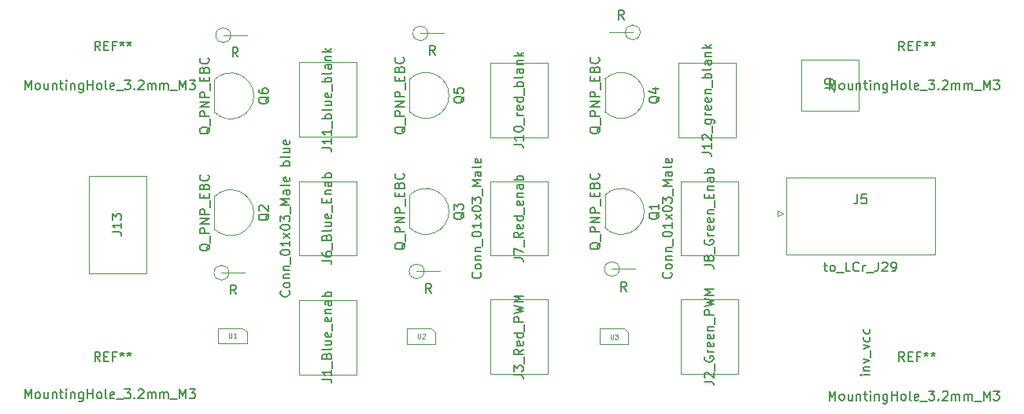
<source format=gbr>
G04 #@! TF.GenerationSoftware,KiCad,Pcbnew,(5.0.0)*
G04 #@! TF.CreationDate,2018-08-01T11:46:43+01:00*
G04 #@! TF.ProjectId,blanking,626C616E6B696E672E6B696361645F70,rev?*
G04 #@! TF.SameCoordinates,Original*
G04 #@! TF.FileFunction,Other,Fab,Top*
%FSLAX46Y46*%
G04 Gerber Fmt 4.6, Leading zero omitted, Abs format (unit mm)*
G04 Created by KiCad (PCBNEW (5.0.0)) date 08/01/18 11:46:43*
%MOMM*%
%LPD*%
G01*
G04 APERTURE LIST*
%ADD10C,0.120000*%
%ADD11C,0.100000*%
%ADD12C,0.150000*%
%ADD13C,0.075000*%
G04 APERTURE END LIST*
D10*
G04 #@! TO.C,J8_Green_Enab*
X245570000Y-59805000D02*
X239370000Y-59805000D01*
X239370000Y-59805000D02*
X239370000Y-67825000D01*
X239370000Y-67825000D02*
X245570000Y-67825000D01*
X245570000Y-67825000D02*
X245570000Y-59805000D01*
G04 #@! TO.C,J12_green_blank*
X245320000Y-47055000D02*
X239120000Y-47055000D01*
X239120000Y-47055000D02*
X239120000Y-55075000D01*
X239120000Y-55075000D02*
X245320000Y-55075000D01*
X245320000Y-55075000D02*
X245320000Y-47055000D01*
D11*
G04 #@! TO.C,U2*
X212550000Y-75700000D02*
X212975000Y-76100000D01*
X212975000Y-77350000D02*
X212975000Y-76100000D01*
X212550000Y-75700000D02*
X209925000Y-75700000D01*
X209925000Y-77350000D02*
X209925000Y-75700000D01*
X212975000Y-77350000D02*
X209925000Y-77350000D01*
D10*
G04 #@! TO.C,J1_Blue_enab*
X204470000Y-72605000D02*
X198270000Y-72605000D01*
X198270000Y-72605000D02*
X198270000Y-80625000D01*
X198270000Y-80625000D02*
X204470000Y-80625000D01*
X204470000Y-80625000D02*
X204470000Y-72605000D01*
G04 #@! TO.C,J2_Green_PWM*
X245570000Y-72555000D02*
X239370000Y-72555000D01*
X239370000Y-72555000D02*
X239370000Y-80575000D01*
X239370000Y-80575000D02*
X245570000Y-80575000D01*
X245570000Y-80575000D02*
X245570000Y-72555000D01*
G04 #@! TO.C,J3_Red_PWM*
X225070000Y-72555000D02*
X218870000Y-72555000D01*
X218870000Y-72555000D02*
X218870000Y-80575000D01*
X218870000Y-80575000D02*
X225070000Y-80575000D01*
X225070000Y-80575000D02*
X225070000Y-72555000D01*
D11*
G04 #@! TO.C,J5*
X250700000Y-59375000D02*
X250700000Y-67675000D01*
X250700000Y-67675000D02*
X266700000Y-67675000D01*
X266700000Y-67675000D02*
X266700000Y-59375000D01*
X266700000Y-59375000D02*
X250700000Y-59375000D01*
X250350000Y-63275000D02*
X249750000Y-63575000D01*
X249750000Y-63575000D02*
X249750000Y-62975000D01*
X249750000Y-62975000D02*
X250350000Y-63275000D01*
D10*
G04 #@! TO.C,J6_Blue_Enab*
X204470000Y-59805000D02*
X198270000Y-59805000D01*
X198270000Y-59805000D02*
X198270000Y-67825000D01*
X198270000Y-67825000D02*
X204470000Y-67825000D01*
X204470000Y-67825000D02*
X204470000Y-59805000D01*
G04 #@! TO.C,J7_Red_enab*
X225070000Y-59805000D02*
X218870000Y-59805000D01*
X218870000Y-59805000D02*
X218870000Y-67825000D01*
X218870000Y-67825000D02*
X225070000Y-67825000D01*
X225070000Y-67825000D02*
X225070000Y-59805000D01*
G04 #@! TO.C,J9*
X258520000Y-46705000D02*
X252320000Y-46705000D01*
X252320000Y-46705000D02*
X252320000Y-52185000D01*
X252320000Y-52185000D02*
X258520000Y-52185000D01*
X258520000Y-52185000D02*
X258520000Y-46705000D01*
G04 #@! TO.C,J10_red_blank*
X225070000Y-47055000D02*
X218870000Y-47055000D01*
X218870000Y-47055000D02*
X218870000Y-55075000D01*
X218870000Y-55075000D02*
X225070000Y-55075000D01*
X225070000Y-55075000D02*
X225070000Y-47055000D01*
G04 #@! TO.C,J11_blue_blank*
X204470000Y-47005000D02*
X198270000Y-47005000D01*
X198270000Y-47005000D02*
X198270000Y-55025000D01*
X198270000Y-55025000D02*
X204470000Y-55025000D01*
X204470000Y-55025000D02*
X204470000Y-47005000D01*
G04 #@! TO.C,J13*
X181870000Y-59205000D02*
X175670000Y-59205000D01*
X175670000Y-59205000D02*
X175670000Y-69765000D01*
X175670000Y-69765000D02*
X181870000Y-69765000D01*
X181870000Y-69765000D02*
X181870000Y-59205000D01*
D11*
G04 #@! TO.C,Q1*
X231200000Y-61325000D02*
X231200000Y-64825000D01*
X231196375Y-64818625D02*
G75*
G03X235430000Y-63065000I1753625J1753625D01*
G01*
X231196375Y-61311375D02*
G75*
G02X235430000Y-63065000I1753625J-1753625D01*
G01*
G04 #@! TO.C,Q2*
X189200000Y-61475000D02*
X189200000Y-64975000D01*
X189196375Y-64968625D02*
G75*
G03X193430000Y-63215000I1753625J1753625D01*
G01*
X189196375Y-61461375D02*
G75*
G02X193430000Y-63215000I1753625J-1753625D01*
G01*
G04 #@! TO.C,Q3*
X210200000Y-61325000D02*
X210200000Y-64825000D01*
X210196375Y-64818625D02*
G75*
G03X214430000Y-63065000I1753625J1753625D01*
G01*
X210196375Y-61311375D02*
G75*
G02X214430000Y-63065000I1753625J-1753625D01*
G01*
G04 #@! TO.C,Q4*
X231200000Y-48825000D02*
X231200000Y-52325000D01*
X231196375Y-52318625D02*
G75*
G03X235430000Y-50565000I1753625J1753625D01*
G01*
X231196375Y-48811375D02*
G75*
G02X235430000Y-50565000I1753625J-1753625D01*
G01*
G04 #@! TO.C,Q5*
X210200000Y-48825000D02*
X210200000Y-52325000D01*
X210196375Y-52318625D02*
G75*
G03X214430000Y-50565000I1753625J1753625D01*
G01*
X210196375Y-48811375D02*
G75*
G02X214430000Y-50565000I1753625J-1753625D01*
G01*
G04 #@! TO.C,Q6*
X189200000Y-48875000D02*
X189200000Y-52375000D01*
X189196375Y-52368625D02*
G75*
G03X193430000Y-50615000I1753625J1753625D01*
G01*
X189196375Y-48861375D02*
G75*
G02X193430000Y-50615000I1753625J-1753625D01*
G01*
G04 #@! TO.C,R1 270*
X190750000Y-69675000D02*
G75*
G03X190750000Y-69675000I-800000J0D01*
G01*
X189950000Y-69675000D02*
X192490000Y-69675000D01*
G04 #@! TO.C,R2 270*
X211750000Y-69525000D02*
G75*
G03X211750000Y-69525000I-800000J0D01*
G01*
X210950000Y-69525000D02*
X213490000Y-69525000D01*
G04 #@! TO.C,R3 270*
X232750000Y-69275000D02*
G75*
G03X232750000Y-69275000I-800000J0D01*
G01*
X231950000Y-69275000D02*
X234490000Y-69275000D01*
G04 #@! TO.C,R4 270*
X235000000Y-43775000D02*
G75*
G03X235000000Y-43775000I-800000J0D01*
G01*
X234200000Y-43775000D02*
X231660000Y-43775000D01*
G04 #@! TO.C,R5 270*
X190950000Y-44075000D02*
G75*
G03X190950000Y-44075000I-800000J0D01*
G01*
X190150000Y-44075000D02*
X192690000Y-44075000D01*
G04 #@! TO.C,R6 270*
X212150000Y-43875000D02*
G75*
G03X212150000Y-43875000I-800000J0D01*
G01*
X211350000Y-43875000D02*
X213890000Y-43875000D01*
G04 #@! TO.C,U1*
X192250000Y-75650000D02*
X192675000Y-76050000D01*
X192675000Y-77300000D02*
X192675000Y-76050000D01*
X192250000Y-75650000D02*
X189625000Y-75650000D01*
X189625000Y-77300000D02*
X189625000Y-75650000D01*
X192675000Y-77300000D02*
X189625000Y-77300000D01*
G04 #@! TO.C,U3*
X233300000Y-75700000D02*
X233725000Y-76100000D01*
X233725000Y-77350000D02*
X233725000Y-76100000D01*
X233300000Y-75700000D02*
X230675000Y-75700000D01*
X230675000Y-77350000D02*
X230675000Y-75700000D01*
X233725000Y-77350000D02*
X230675000Y-77350000D01*
G04 #@! TD*
G04 #@! TO.C,J8_Green_Enab*
D12*
X238307142Y-69648333D02*
X238354761Y-69695952D01*
X238402380Y-69838809D01*
X238402380Y-69934047D01*
X238354761Y-70076904D01*
X238259523Y-70172142D01*
X238164285Y-70219761D01*
X237973809Y-70267380D01*
X237830952Y-70267380D01*
X237640476Y-70219761D01*
X237545238Y-70172142D01*
X237450000Y-70076904D01*
X237402380Y-69934047D01*
X237402380Y-69838809D01*
X237450000Y-69695952D01*
X237497619Y-69648333D01*
X238402380Y-69076904D02*
X238354761Y-69172142D01*
X238307142Y-69219761D01*
X238211904Y-69267380D01*
X237926190Y-69267380D01*
X237830952Y-69219761D01*
X237783333Y-69172142D01*
X237735714Y-69076904D01*
X237735714Y-68934047D01*
X237783333Y-68838809D01*
X237830952Y-68791190D01*
X237926190Y-68743571D01*
X238211904Y-68743571D01*
X238307142Y-68791190D01*
X238354761Y-68838809D01*
X238402380Y-68934047D01*
X238402380Y-69076904D01*
X237735714Y-68315000D02*
X238402380Y-68315000D01*
X237830952Y-68315000D02*
X237783333Y-68267380D01*
X237735714Y-68172142D01*
X237735714Y-68029285D01*
X237783333Y-67934047D01*
X237878571Y-67886428D01*
X238402380Y-67886428D01*
X237735714Y-67410238D02*
X238402380Y-67410238D01*
X237830952Y-67410238D02*
X237783333Y-67362619D01*
X237735714Y-67267380D01*
X237735714Y-67124523D01*
X237783333Y-67029285D01*
X237878571Y-66981666D01*
X238402380Y-66981666D01*
X238497619Y-66743571D02*
X238497619Y-65981666D01*
X237402380Y-65553095D02*
X237402380Y-65457857D01*
X237450000Y-65362619D01*
X237497619Y-65315000D01*
X237592857Y-65267380D01*
X237783333Y-65219761D01*
X238021428Y-65219761D01*
X238211904Y-65267380D01*
X238307142Y-65315000D01*
X238354761Y-65362619D01*
X238402380Y-65457857D01*
X238402380Y-65553095D01*
X238354761Y-65648333D01*
X238307142Y-65695952D01*
X238211904Y-65743571D01*
X238021428Y-65791190D01*
X237783333Y-65791190D01*
X237592857Y-65743571D01*
X237497619Y-65695952D01*
X237450000Y-65648333D01*
X237402380Y-65553095D01*
X238402380Y-64267380D02*
X238402380Y-64838809D01*
X238402380Y-64553095D02*
X237402380Y-64553095D01*
X237545238Y-64648333D01*
X237640476Y-64743571D01*
X237688095Y-64838809D01*
X238402380Y-63934047D02*
X237735714Y-63410238D01*
X237735714Y-63934047D02*
X238402380Y-63410238D01*
X237402380Y-62838809D02*
X237402380Y-62743571D01*
X237450000Y-62648333D01*
X237497619Y-62600714D01*
X237592857Y-62553095D01*
X237783333Y-62505476D01*
X238021428Y-62505476D01*
X238211904Y-62553095D01*
X238307142Y-62600714D01*
X238354761Y-62648333D01*
X238402380Y-62743571D01*
X238402380Y-62838809D01*
X238354761Y-62934047D01*
X238307142Y-62981666D01*
X238211904Y-63029285D01*
X238021428Y-63076904D01*
X237783333Y-63076904D01*
X237592857Y-63029285D01*
X237497619Y-62981666D01*
X237450000Y-62934047D01*
X237402380Y-62838809D01*
X237402380Y-62172142D02*
X237402380Y-61553095D01*
X237783333Y-61886428D01*
X237783333Y-61743571D01*
X237830952Y-61648333D01*
X237878571Y-61600714D01*
X237973809Y-61553095D01*
X238211904Y-61553095D01*
X238307142Y-61600714D01*
X238354761Y-61648333D01*
X238402380Y-61743571D01*
X238402380Y-62029285D01*
X238354761Y-62124523D01*
X238307142Y-62172142D01*
X238497619Y-61362619D02*
X238497619Y-60600714D01*
X238402380Y-60362619D02*
X237402380Y-60362619D01*
X238116666Y-60029285D01*
X237402380Y-59695952D01*
X238402380Y-59695952D01*
X238402380Y-58791190D02*
X237878571Y-58791190D01*
X237783333Y-58838809D01*
X237735714Y-58934047D01*
X237735714Y-59124523D01*
X237783333Y-59219761D01*
X238354761Y-58791190D02*
X238402380Y-58886428D01*
X238402380Y-59124523D01*
X238354761Y-59219761D01*
X238259523Y-59267380D01*
X238164285Y-59267380D01*
X238069047Y-59219761D01*
X238021428Y-59124523D01*
X238021428Y-58886428D01*
X237973809Y-58791190D01*
X238402380Y-58172142D02*
X238354761Y-58267380D01*
X238259523Y-58315000D01*
X237402380Y-58315000D01*
X238354761Y-57410238D02*
X238402380Y-57505476D01*
X238402380Y-57695952D01*
X238354761Y-57791190D01*
X238259523Y-57838809D01*
X237878571Y-57838809D01*
X237783333Y-57791190D01*
X237735714Y-57695952D01*
X237735714Y-57505476D01*
X237783333Y-57410238D01*
X237878571Y-57362619D01*
X237973809Y-57362619D01*
X238069047Y-57838809D01*
X241902380Y-68838809D02*
X242616666Y-68838809D01*
X242759523Y-68886428D01*
X242854761Y-68981666D01*
X242902380Y-69124523D01*
X242902380Y-69219761D01*
X242330952Y-68219761D02*
X242283333Y-68315000D01*
X242235714Y-68362619D01*
X242140476Y-68410238D01*
X242092857Y-68410238D01*
X241997619Y-68362619D01*
X241950000Y-68315000D01*
X241902380Y-68219761D01*
X241902380Y-68029285D01*
X241950000Y-67934047D01*
X241997619Y-67886428D01*
X242092857Y-67838809D01*
X242140476Y-67838809D01*
X242235714Y-67886428D01*
X242283333Y-67934047D01*
X242330952Y-68029285D01*
X242330952Y-68219761D01*
X242378571Y-68315000D01*
X242426190Y-68362619D01*
X242521428Y-68410238D01*
X242711904Y-68410238D01*
X242807142Y-68362619D01*
X242854761Y-68315000D01*
X242902380Y-68219761D01*
X242902380Y-68029285D01*
X242854761Y-67934047D01*
X242807142Y-67886428D01*
X242711904Y-67838809D01*
X242521428Y-67838809D01*
X242426190Y-67886428D01*
X242378571Y-67934047D01*
X242330952Y-68029285D01*
X242997619Y-67648333D02*
X242997619Y-66886428D01*
X241950000Y-66124523D02*
X241902380Y-66219761D01*
X241902380Y-66362619D01*
X241950000Y-66505476D01*
X242045238Y-66600714D01*
X242140476Y-66648333D01*
X242330952Y-66695952D01*
X242473809Y-66695952D01*
X242664285Y-66648333D01*
X242759523Y-66600714D01*
X242854761Y-66505476D01*
X242902380Y-66362619D01*
X242902380Y-66267380D01*
X242854761Y-66124523D01*
X242807142Y-66076904D01*
X242473809Y-66076904D01*
X242473809Y-66267380D01*
X242902380Y-65648333D02*
X242235714Y-65648333D01*
X242426190Y-65648333D02*
X242330952Y-65600714D01*
X242283333Y-65553095D01*
X242235714Y-65457857D01*
X242235714Y-65362619D01*
X242854761Y-64648333D02*
X242902380Y-64743571D01*
X242902380Y-64934047D01*
X242854761Y-65029285D01*
X242759523Y-65076904D01*
X242378571Y-65076904D01*
X242283333Y-65029285D01*
X242235714Y-64934047D01*
X242235714Y-64743571D01*
X242283333Y-64648333D01*
X242378571Y-64600714D01*
X242473809Y-64600714D01*
X242569047Y-65076904D01*
X242854761Y-63791190D02*
X242902380Y-63886428D01*
X242902380Y-64076904D01*
X242854761Y-64172142D01*
X242759523Y-64219761D01*
X242378571Y-64219761D01*
X242283333Y-64172142D01*
X242235714Y-64076904D01*
X242235714Y-63886428D01*
X242283333Y-63791190D01*
X242378571Y-63743571D01*
X242473809Y-63743571D01*
X242569047Y-64219761D01*
X242235714Y-63315000D02*
X242902380Y-63315000D01*
X242330952Y-63315000D02*
X242283333Y-63267380D01*
X242235714Y-63172142D01*
X242235714Y-63029285D01*
X242283333Y-62934047D01*
X242378571Y-62886428D01*
X242902380Y-62886428D01*
X242997619Y-62648333D02*
X242997619Y-61886428D01*
X242378571Y-61648333D02*
X242378571Y-61315000D01*
X242902380Y-61172142D02*
X242902380Y-61648333D01*
X241902380Y-61648333D01*
X241902380Y-61172142D01*
X242235714Y-60743571D02*
X242902380Y-60743571D01*
X242330952Y-60743571D02*
X242283333Y-60695952D01*
X242235714Y-60600714D01*
X242235714Y-60457857D01*
X242283333Y-60362619D01*
X242378571Y-60315000D01*
X242902380Y-60315000D01*
X242902380Y-59410238D02*
X242378571Y-59410238D01*
X242283333Y-59457857D01*
X242235714Y-59553095D01*
X242235714Y-59743571D01*
X242283333Y-59838809D01*
X242854761Y-59410238D02*
X242902380Y-59505476D01*
X242902380Y-59743571D01*
X242854761Y-59838809D01*
X242759523Y-59886428D01*
X242664285Y-59886428D01*
X242569047Y-59838809D01*
X242521428Y-59743571D01*
X242521428Y-59505476D01*
X242473809Y-59410238D01*
X242902380Y-58934047D02*
X241902380Y-58934047D01*
X242283333Y-58934047D02*
X242235714Y-58838809D01*
X242235714Y-58648333D01*
X242283333Y-58553095D01*
X242330952Y-58505476D01*
X242426190Y-58457857D01*
X242711904Y-58457857D01*
X242807142Y-58505476D01*
X242854761Y-58553095D01*
X242902380Y-58648333D01*
X242902380Y-58838809D01*
X242854761Y-58934047D01*
G04 #@! TO.C,J12_green_blank*
X241652380Y-56731666D02*
X242366666Y-56731666D01*
X242509523Y-56779285D01*
X242604761Y-56874523D01*
X242652380Y-57017380D01*
X242652380Y-57112619D01*
X242652380Y-55731666D02*
X242652380Y-56303095D01*
X242652380Y-56017380D02*
X241652380Y-56017380D01*
X241795238Y-56112619D01*
X241890476Y-56207857D01*
X241938095Y-56303095D01*
X241747619Y-55350714D02*
X241700000Y-55303095D01*
X241652380Y-55207857D01*
X241652380Y-54969761D01*
X241700000Y-54874523D01*
X241747619Y-54826904D01*
X241842857Y-54779285D01*
X241938095Y-54779285D01*
X242080952Y-54826904D01*
X242652380Y-55398333D01*
X242652380Y-54779285D01*
X242747619Y-54588809D02*
X242747619Y-53826904D01*
X241985714Y-53160238D02*
X242795238Y-53160238D01*
X242890476Y-53207857D01*
X242938095Y-53255476D01*
X242985714Y-53350714D01*
X242985714Y-53493571D01*
X242938095Y-53588809D01*
X242604761Y-53160238D02*
X242652380Y-53255476D01*
X242652380Y-53445952D01*
X242604761Y-53541190D01*
X242557142Y-53588809D01*
X242461904Y-53636428D01*
X242176190Y-53636428D01*
X242080952Y-53588809D01*
X242033333Y-53541190D01*
X241985714Y-53445952D01*
X241985714Y-53255476D01*
X242033333Y-53160238D01*
X242652380Y-52684047D02*
X241985714Y-52684047D01*
X242176190Y-52684047D02*
X242080952Y-52636428D01*
X242033333Y-52588809D01*
X241985714Y-52493571D01*
X241985714Y-52398333D01*
X242604761Y-51684047D02*
X242652380Y-51779285D01*
X242652380Y-51969761D01*
X242604761Y-52065000D01*
X242509523Y-52112619D01*
X242128571Y-52112619D01*
X242033333Y-52065000D01*
X241985714Y-51969761D01*
X241985714Y-51779285D01*
X242033333Y-51684047D01*
X242128571Y-51636428D01*
X242223809Y-51636428D01*
X242319047Y-52112619D01*
X242604761Y-50826904D02*
X242652380Y-50922142D01*
X242652380Y-51112619D01*
X242604761Y-51207857D01*
X242509523Y-51255476D01*
X242128571Y-51255476D01*
X242033333Y-51207857D01*
X241985714Y-51112619D01*
X241985714Y-50922142D01*
X242033333Y-50826904D01*
X242128571Y-50779285D01*
X242223809Y-50779285D01*
X242319047Y-51255476D01*
X241985714Y-50350714D02*
X242652380Y-50350714D01*
X242080952Y-50350714D02*
X242033333Y-50303095D01*
X241985714Y-50207857D01*
X241985714Y-50065000D01*
X242033333Y-49969761D01*
X242128571Y-49922142D01*
X242652380Y-49922142D01*
X242747619Y-49684047D02*
X242747619Y-48922142D01*
X242652380Y-48684047D02*
X241652380Y-48684047D01*
X242033333Y-48684047D02*
X241985714Y-48588809D01*
X241985714Y-48398333D01*
X242033333Y-48303095D01*
X242080952Y-48255476D01*
X242176190Y-48207857D01*
X242461904Y-48207857D01*
X242557142Y-48255476D01*
X242604761Y-48303095D01*
X242652380Y-48398333D01*
X242652380Y-48588809D01*
X242604761Y-48684047D01*
X242652380Y-47636428D02*
X242604761Y-47731666D01*
X242509523Y-47779285D01*
X241652380Y-47779285D01*
X242652380Y-46826904D02*
X242128571Y-46826904D01*
X242033333Y-46874523D01*
X241985714Y-46969761D01*
X241985714Y-47160238D01*
X242033333Y-47255476D01*
X242604761Y-46826904D02*
X242652380Y-46922142D01*
X242652380Y-47160238D01*
X242604761Y-47255476D01*
X242509523Y-47303095D01*
X242414285Y-47303095D01*
X242319047Y-47255476D01*
X242271428Y-47160238D01*
X242271428Y-46922142D01*
X242223809Y-46826904D01*
X241985714Y-46350714D02*
X242652380Y-46350714D01*
X242080952Y-46350714D02*
X242033333Y-46303095D01*
X241985714Y-46207857D01*
X241985714Y-46065000D01*
X242033333Y-45969761D01*
X242128571Y-45922142D01*
X242652380Y-45922142D01*
X242652380Y-45445952D02*
X241652380Y-45445952D01*
X242271428Y-45350714D02*
X242652380Y-45065000D01*
X241985714Y-45065000D02*
X242366666Y-45445952D01*
G04 #@! TO.C,U2*
D13*
X211069047Y-76251190D02*
X211069047Y-76655952D01*
X211092857Y-76703571D01*
X211116666Y-76727380D01*
X211164285Y-76751190D01*
X211259523Y-76751190D01*
X211307142Y-76727380D01*
X211330952Y-76703571D01*
X211354761Y-76655952D01*
X211354761Y-76251190D01*
X211569047Y-76298809D02*
X211592857Y-76275000D01*
X211640476Y-76251190D01*
X211759523Y-76251190D01*
X211807142Y-76275000D01*
X211830952Y-76298809D01*
X211854761Y-76346428D01*
X211854761Y-76394047D01*
X211830952Y-76465476D01*
X211545238Y-76751190D01*
X211854761Y-76751190D01*
G04 #@! TO.C,J1_Blue_enab*
D12*
X200802380Y-81138809D02*
X201516666Y-81138809D01*
X201659523Y-81186428D01*
X201754761Y-81281666D01*
X201802380Y-81424523D01*
X201802380Y-81519761D01*
X201802380Y-80138809D02*
X201802380Y-80710238D01*
X201802380Y-80424523D02*
X200802380Y-80424523D01*
X200945238Y-80519761D01*
X201040476Y-80615000D01*
X201088095Y-80710238D01*
X201897619Y-79948333D02*
X201897619Y-79186428D01*
X201278571Y-78615000D02*
X201326190Y-78472142D01*
X201373809Y-78424523D01*
X201469047Y-78376904D01*
X201611904Y-78376904D01*
X201707142Y-78424523D01*
X201754761Y-78472142D01*
X201802380Y-78567380D01*
X201802380Y-78948333D01*
X200802380Y-78948333D01*
X200802380Y-78615000D01*
X200850000Y-78519761D01*
X200897619Y-78472142D01*
X200992857Y-78424523D01*
X201088095Y-78424523D01*
X201183333Y-78472142D01*
X201230952Y-78519761D01*
X201278571Y-78615000D01*
X201278571Y-78948333D01*
X201802380Y-77805476D02*
X201754761Y-77900714D01*
X201659523Y-77948333D01*
X200802380Y-77948333D01*
X201135714Y-76995952D02*
X201802380Y-76995952D01*
X201135714Y-77424523D02*
X201659523Y-77424523D01*
X201754761Y-77376904D01*
X201802380Y-77281666D01*
X201802380Y-77138809D01*
X201754761Y-77043571D01*
X201707142Y-76995952D01*
X201754761Y-76138809D02*
X201802380Y-76234047D01*
X201802380Y-76424523D01*
X201754761Y-76519761D01*
X201659523Y-76567380D01*
X201278571Y-76567380D01*
X201183333Y-76519761D01*
X201135714Y-76424523D01*
X201135714Y-76234047D01*
X201183333Y-76138809D01*
X201278571Y-76091190D01*
X201373809Y-76091190D01*
X201469047Y-76567380D01*
X201897619Y-75900714D02*
X201897619Y-75138809D01*
X201754761Y-74519761D02*
X201802380Y-74615000D01*
X201802380Y-74805476D01*
X201754761Y-74900714D01*
X201659523Y-74948333D01*
X201278571Y-74948333D01*
X201183333Y-74900714D01*
X201135714Y-74805476D01*
X201135714Y-74615000D01*
X201183333Y-74519761D01*
X201278571Y-74472142D01*
X201373809Y-74472142D01*
X201469047Y-74948333D01*
X201135714Y-74043571D02*
X201802380Y-74043571D01*
X201230952Y-74043571D02*
X201183333Y-73995952D01*
X201135714Y-73900714D01*
X201135714Y-73757857D01*
X201183333Y-73662619D01*
X201278571Y-73615000D01*
X201802380Y-73615000D01*
X201802380Y-72710238D02*
X201278571Y-72710238D01*
X201183333Y-72757857D01*
X201135714Y-72853095D01*
X201135714Y-73043571D01*
X201183333Y-73138809D01*
X201754761Y-72710238D02*
X201802380Y-72805476D01*
X201802380Y-73043571D01*
X201754761Y-73138809D01*
X201659523Y-73186428D01*
X201564285Y-73186428D01*
X201469047Y-73138809D01*
X201421428Y-73043571D01*
X201421428Y-72805476D01*
X201373809Y-72710238D01*
X201802380Y-72234047D02*
X200802380Y-72234047D01*
X201183333Y-72234047D02*
X201135714Y-72138809D01*
X201135714Y-71948333D01*
X201183333Y-71853095D01*
X201230952Y-71805476D01*
X201326190Y-71757857D01*
X201611904Y-71757857D01*
X201707142Y-71805476D01*
X201754761Y-71853095D01*
X201802380Y-71948333D01*
X201802380Y-72138809D01*
X201754761Y-72234047D01*
G04 #@! TO.C,J2_Green_PWM*
X241902380Y-81422142D02*
X242616666Y-81422142D01*
X242759523Y-81469761D01*
X242854761Y-81565000D01*
X242902380Y-81707857D01*
X242902380Y-81803095D01*
X241997619Y-80993571D02*
X241950000Y-80945952D01*
X241902380Y-80850714D01*
X241902380Y-80612619D01*
X241950000Y-80517380D01*
X241997619Y-80469761D01*
X242092857Y-80422142D01*
X242188095Y-80422142D01*
X242330952Y-80469761D01*
X242902380Y-81041190D01*
X242902380Y-80422142D01*
X242997619Y-80231666D02*
X242997619Y-79469761D01*
X241950000Y-78707857D02*
X241902380Y-78803095D01*
X241902380Y-78945952D01*
X241950000Y-79088809D01*
X242045238Y-79184047D01*
X242140476Y-79231666D01*
X242330952Y-79279285D01*
X242473809Y-79279285D01*
X242664285Y-79231666D01*
X242759523Y-79184047D01*
X242854761Y-79088809D01*
X242902380Y-78945952D01*
X242902380Y-78850714D01*
X242854761Y-78707857D01*
X242807142Y-78660238D01*
X242473809Y-78660238D01*
X242473809Y-78850714D01*
X242902380Y-78231666D02*
X242235714Y-78231666D01*
X242426190Y-78231666D02*
X242330952Y-78184047D01*
X242283333Y-78136428D01*
X242235714Y-78041190D01*
X242235714Y-77945952D01*
X242854761Y-77231666D02*
X242902380Y-77326904D01*
X242902380Y-77517380D01*
X242854761Y-77612619D01*
X242759523Y-77660238D01*
X242378571Y-77660238D01*
X242283333Y-77612619D01*
X242235714Y-77517380D01*
X242235714Y-77326904D01*
X242283333Y-77231666D01*
X242378571Y-77184047D01*
X242473809Y-77184047D01*
X242569047Y-77660238D01*
X242854761Y-76374523D02*
X242902380Y-76469761D01*
X242902380Y-76660238D01*
X242854761Y-76755476D01*
X242759523Y-76803095D01*
X242378571Y-76803095D01*
X242283333Y-76755476D01*
X242235714Y-76660238D01*
X242235714Y-76469761D01*
X242283333Y-76374523D01*
X242378571Y-76326904D01*
X242473809Y-76326904D01*
X242569047Y-76803095D01*
X242235714Y-75898333D02*
X242902380Y-75898333D01*
X242330952Y-75898333D02*
X242283333Y-75850714D01*
X242235714Y-75755476D01*
X242235714Y-75612619D01*
X242283333Y-75517380D01*
X242378571Y-75469761D01*
X242902380Y-75469761D01*
X242997619Y-75231666D02*
X242997619Y-74469761D01*
X242902380Y-74231666D02*
X241902380Y-74231666D01*
X241902380Y-73850714D01*
X241950000Y-73755476D01*
X241997619Y-73707857D01*
X242092857Y-73660238D01*
X242235714Y-73660238D01*
X242330952Y-73707857D01*
X242378571Y-73755476D01*
X242426190Y-73850714D01*
X242426190Y-74231666D01*
X241902380Y-73326904D02*
X242902380Y-73088809D01*
X242188095Y-72898333D01*
X242902380Y-72707857D01*
X241902380Y-72469761D01*
X242902380Y-72088809D02*
X241902380Y-72088809D01*
X242616666Y-71755476D01*
X241902380Y-71422142D01*
X242902380Y-71422142D01*
G04 #@! TO.C,J3_Red_PWM*
X221402380Y-80684047D02*
X222116666Y-80684047D01*
X222259523Y-80731666D01*
X222354761Y-80826904D01*
X222402380Y-80969761D01*
X222402380Y-81065000D01*
X221402380Y-80303095D02*
X221402380Y-79684047D01*
X221783333Y-80017380D01*
X221783333Y-79874523D01*
X221830952Y-79779285D01*
X221878571Y-79731666D01*
X221973809Y-79684047D01*
X222211904Y-79684047D01*
X222307142Y-79731666D01*
X222354761Y-79779285D01*
X222402380Y-79874523D01*
X222402380Y-80160238D01*
X222354761Y-80255476D01*
X222307142Y-80303095D01*
X222497619Y-79493571D02*
X222497619Y-78731666D01*
X222402380Y-77922142D02*
X221926190Y-78255476D01*
X222402380Y-78493571D02*
X221402380Y-78493571D01*
X221402380Y-78112619D01*
X221450000Y-78017380D01*
X221497619Y-77969761D01*
X221592857Y-77922142D01*
X221735714Y-77922142D01*
X221830952Y-77969761D01*
X221878571Y-78017380D01*
X221926190Y-78112619D01*
X221926190Y-78493571D01*
X222354761Y-77112619D02*
X222402380Y-77207857D01*
X222402380Y-77398333D01*
X222354761Y-77493571D01*
X222259523Y-77541190D01*
X221878571Y-77541190D01*
X221783333Y-77493571D01*
X221735714Y-77398333D01*
X221735714Y-77207857D01*
X221783333Y-77112619D01*
X221878571Y-77065000D01*
X221973809Y-77065000D01*
X222069047Y-77541190D01*
X222402380Y-76207857D02*
X221402380Y-76207857D01*
X222354761Y-76207857D02*
X222402380Y-76303095D01*
X222402380Y-76493571D01*
X222354761Y-76588809D01*
X222307142Y-76636428D01*
X222211904Y-76684047D01*
X221926190Y-76684047D01*
X221830952Y-76636428D01*
X221783333Y-76588809D01*
X221735714Y-76493571D01*
X221735714Y-76303095D01*
X221783333Y-76207857D01*
X222497619Y-75969761D02*
X222497619Y-75207857D01*
X222402380Y-74969761D02*
X221402380Y-74969761D01*
X221402380Y-74588809D01*
X221450000Y-74493571D01*
X221497619Y-74445952D01*
X221592857Y-74398333D01*
X221735714Y-74398333D01*
X221830952Y-74445952D01*
X221878571Y-74493571D01*
X221926190Y-74588809D01*
X221926190Y-74969761D01*
X221402380Y-74065000D02*
X222402380Y-73826904D01*
X221688095Y-73636428D01*
X222402380Y-73445952D01*
X221402380Y-73207857D01*
X222402380Y-72826904D02*
X221402380Y-72826904D01*
X222116666Y-72493571D01*
X221402380Y-72160238D01*
X222402380Y-72160238D01*
G04 #@! TO.C,J5*
X254747619Y-68860714D02*
X255128571Y-68860714D01*
X254890476Y-68527380D02*
X254890476Y-69384523D01*
X254938095Y-69479761D01*
X255033333Y-69527380D01*
X255128571Y-69527380D01*
X255604761Y-69527380D02*
X255509523Y-69479761D01*
X255461904Y-69432142D01*
X255414285Y-69336904D01*
X255414285Y-69051190D01*
X255461904Y-68955952D01*
X255509523Y-68908333D01*
X255604761Y-68860714D01*
X255747619Y-68860714D01*
X255842857Y-68908333D01*
X255890476Y-68955952D01*
X255938095Y-69051190D01*
X255938095Y-69336904D01*
X255890476Y-69432142D01*
X255842857Y-69479761D01*
X255747619Y-69527380D01*
X255604761Y-69527380D01*
X256128571Y-69622619D02*
X256890476Y-69622619D01*
X257604761Y-69527380D02*
X257128571Y-69527380D01*
X257128571Y-68527380D01*
X258509523Y-69432142D02*
X258461904Y-69479761D01*
X258319047Y-69527380D01*
X258223809Y-69527380D01*
X258080952Y-69479761D01*
X257985714Y-69384523D01*
X257938095Y-69289285D01*
X257890476Y-69098809D01*
X257890476Y-68955952D01*
X257938095Y-68765476D01*
X257985714Y-68670238D01*
X258080952Y-68575000D01*
X258223809Y-68527380D01*
X258319047Y-68527380D01*
X258461904Y-68575000D01*
X258509523Y-68622619D01*
X258938095Y-69527380D02*
X258938095Y-68860714D01*
X258938095Y-69051190D02*
X258985714Y-68955952D01*
X259033333Y-68908333D01*
X259128571Y-68860714D01*
X259223809Y-68860714D01*
X259319047Y-69622619D02*
X260080952Y-69622619D01*
X260604761Y-68527380D02*
X260604761Y-69241666D01*
X260557142Y-69384523D01*
X260461904Y-69479761D01*
X260319047Y-69527380D01*
X260223809Y-69527380D01*
X261033333Y-68622619D02*
X261080952Y-68575000D01*
X261176190Y-68527380D01*
X261414285Y-68527380D01*
X261509523Y-68575000D01*
X261557142Y-68622619D01*
X261604761Y-68717857D01*
X261604761Y-68813095D01*
X261557142Y-68955952D01*
X260985714Y-69527380D01*
X261604761Y-69527380D01*
X262080952Y-69527380D02*
X262271428Y-69527380D01*
X262366666Y-69479761D01*
X262414285Y-69432142D01*
X262509523Y-69289285D01*
X262557142Y-69098809D01*
X262557142Y-68717857D01*
X262509523Y-68622619D01*
X262461904Y-68575000D01*
X262366666Y-68527380D01*
X262176190Y-68527380D01*
X262080952Y-68575000D01*
X262033333Y-68622619D01*
X261985714Y-68717857D01*
X261985714Y-68955952D01*
X262033333Y-69051190D01*
X262080952Y-69098809D01*
X262176190Y-69146428D01*
X262366666Y-69146428D01*
X262461904Y-69098809D01*
X262509523Y-69051190D01*
X262557142Y-68955952D01*
X258366666Y-61227380D02*
X258366666Y-61941666D01*
X258319047Y-62084523D01*
X258223809Y-62179761D01*
X258080952Y-62227380D01*
X257985714Y-62227380D01*
X259319047Y-61227380D02*
X258842857Y-61227380D01*
X258795238Y-61703571D01*
X258842857Y-61655952D01*
X258938095Y-61608333D01*
X259176190Y-61608333D01*
X259271428Y-61655952D01*
X259319047Y-61703571D01*
X259366666Y-61798809D01*
X259366666Y-62036904D01*
X259319047Y-62132142D01*
X259271428Y-62179761D01*
X259176190Y-62227380D01*
X258938095Y-62227380D01*
X258842857Y-62179761D01*
X258795238Y-62132142D01*
G04 #@! TO.C,J6_Blue_Enab*
X197207142Y-71624523D02*
X197254761Y-71672142D01*
X197302380Y-71815000D01*
X197302380Y-71910238D01*
X197254761Y-72053095D01*
X197159523Y-72148333D01*
X197064285Y-72195952D01*
X196873809Y-72243571D01*
X196730952Y-72243571D01*
X196540476Y-72195952D01*
X196445238Y-72148333D01*
X196350000Y-72053095D01*
X196302380Y-71910238D01*
X196302380Y-71815000D01*
X196350000Y-71672142D01*
X196397619Y-71624523D01*
X197302380Y-71053095D02*
X197254761Y-71148333D01*
X197207142Y-71195952D01*
X197111904Y-71243571D01*
X196826190Y-71243571D01*
X196730952Y-71195952D01*
X196683333Y-71148333D01*
X196635714Y-71053095D01*
X196635714Y-70910238D01*
X196683333Y-70815000D01*
X196730952Y-70767380D01*
X196826190Y-70719761D01*
X197111904Y-70719761D01*
X197207142Y-70767380D01*
X197254761Y-70815000D01*
X197302380Y-70910238D01*
X197302380Y-71053095D01*
X196635714Y-70291190D02*
X197302380Y-70291190D01*
X196730952Y-70291190D02*
X196683333Y-70243571D01*
X196635714Y-70148333D01*
X196635714Y-70005476D01*
X196683333Y-69910238D01*
X196778571Y-69862619D01*
X197302380Y-69862619D01*
X196635714Y-69386428D02*
X197302380Y-69386428D01*
X196730952Y-69386428D02*
X196683333Y-69338809D01*
X196635714Y-69243571D01*
X196635714Y-69100714D01*
X196683333Y-69005476D01*
X196778571Y-68957857D01*
X197302380Y-68957857D01*
X197397619Y-68719761D02*
X197397619Y-67957857D01*
X196302380Y-67529285D02*
X196302380Y-67434047D01*
X196350000Y-67338809D01*
X196397619Y-67291190D01*
X196492857Y-67243571D01*
X196683333Y-67195952D01*
X196921428Y-67195952D01*
X197111904Y-67243571D01*
X197207142Y-67291190D01*
X197254761Y-67338809D01*
X197302380Y-67434047D01*
X197302380Y-67529285D01*
X197254761Y-67624523D01*
X197207142Y-67672142D01*
X197111904Y-67719761D01*
X196921428Y-67767380D01*
X196683333Y-67767380D01*
X196492857Y-67719761D01*
X196397619Y-67672142D01*
X196350000Y-67624523D01*
X196302380Y-67529285D01*
X197302380Y-66243571D02*
X197302380Y-66815000D01*
X197302380Y-66529285D02*
X196302380Y-66529285D01*
X196445238Y-66624523D01*
X196540476Y-66719761D01*
X196588095Y-66815000D01*
X197302380Y-65910238D02*
X196635714Y-65386428D01*
X196635714Y-65910238D02*
X197302380Y-65386428D01*
X196302380Y-64815000D02*
X196302380Y-64719761D01*
X196350000Y-64624523D01*
X196397619Y-64576904D01*
X196492857Y-64529285D01*
X196683333Y-64481666D01*
X196921428Y-64481666D01*
X197111904Y-64529285D01*
X197207142Y-64576904D01*
X197254761Y-64624523D01*
X197302380Y-64719761D01*
X197302380Y-64815000D01*
X197254761Y-64910238D01*
X197207142Y-64957857D01*
X197111904Y-65005476D01*
X196921428Y-65053095D01*
X196683333Y-65053095D01*
X196492857Y-65005476D01*
X196397619Y-64957857D01*
X196350000Y-64910238D01*
X196302380Y-64815000D01*
X196302380Y-64148333D02*
X196302380Y-63529285D01*
X196683333Y-63862619D01*
X196683333Y-63719761D01*
X196730952Y-63624523D01*
X196778571Y-63576904D01*
X196873809Y-63529285D01*
X197111904Y-63529285D01*
X197207142Y-63576904D01*
X197254761Y-63624523D01*
X197302380Y-63719761D01*
X197302380Y-64005476D01*
X197254761Y-64100714D01*
X197207142Y-64148333D01*
X197397619Y-63338809D02*
X197397619Y-62576904D01*
X197302380Y-62338809D02*
X196302380Y-62338809D01*
X197016666Y-62005476D01*
X196302380Y-61672142D01*
X197302380Y-61672142D01*
X197302380Y-60767380D02*
X196778571Y-60767380D01*
X196683333Y-60815000D01*
X196635714Y-60910238D01*
X196635714Y-61100714D01*
X196683333Y-61195952D01*
X197254761Y-60767380D02*
X197302380Y-60862619D01*
X197302380Y-61100714D01*
X197254761Y-61195952D01*
X197159523Y-61243571D01*
X197064285Y-61243571D01*
X196969047Y-61195952D01*
X196921428Y-61100714D01*
X196921428Y-60862619D01*
X196873809Y-60767380D01*
X197302380Y-60148333D02*
X197254761Y-60243571D01*
X197159523Y-60291190D01*
X196302380Y-60291190D01*
X197254761Y-59386428D02*
X197302380Y-59481666D01*
X197302380Y-59672142D01*
X197254761Y-59767380D01*
X197159523Y-59815000D01*
X196778571Y-59815000D01*
X196683333Y-59767380D01*
X196635714Y-59672142D01*
X196635714Y-59481666D01*
X196683333Y-59386428D01*
X196778571Y-59338809D01*
X196873809Y-59338809D01*
X196969047Y-59815000D01*
X197302380Y-58148333D02*
X196302380Y-58148333D01*
X196683333Y-58148333D02*
X196635714Y-58053095D01*
X196635714Y-57862619D01*
X196683333Y-57767380D01*
X196730952Y-57719761D01*
X196826190Y-57672142D01*
X197111904Y-57672142D01*
X197207142Y-57719761D01*
X197254761Y-57767380D01*
X197302380Y-57862619D01*
X197302380Y-58053095D01*
X197254761Y-58148333D01*
X197302380Y-57100714D02*
X197254761Y-57195952D01*
X197159523Y-57243571D01*
X196302380Y-57243571D01*
X196635714Y-56291190D02*
X197302380Y-56291190D01*
X196635714Y-56719761D02*
X197159523Y-56719761D01*
X197254761Y-56672142D01*
X197302380Y-56576904D01*
X197302380Y-56434047D01*
X197254761Y-56338809D01*
X197207142Y-56291190D01*
X197254761Y-55434047D02*
X197302380Y-55529285D01*
X197302380Y-55719761D01*
X197254761Y-55815000D01*
X197159523Y-55862619D01*
X196778571Y-55862619D01*
X196683333Y-55815000D01*
X196635714Y-55719761D01*
X196635714Y-55529285D01*
X196683333Y-55434047D01*
X196778571Y-55386428D01*
X196873809Y-55386428D01*
X196969047Y-55862619D01*
X200802380Y-68362619D02*
X201516666Y-68362619D01*
X201659523Y-68410238D01*
X201754761Y-68505476D01*
X201802380Y-68648333D01*
X201802380Y-68743571D01*
X200802380Y-67457857D02*
X200802380Y-67648333D01*
X200850000Y-67743571D01*
X200897619Y-67791190D01*
X201040476Y-67886428D01*
X201230952Y-67934047D01*
X201611904Y-67934047D01*
X201707142Y-67886428D01*
X201754761Y-67838809D01*
X201802380Y-67743571D01*
X201802380Y-67553095D01*
X201754761Y-67457857D01*
X201707142Y-67410238D01*
X201611904Y-67362619D01*
X201373809Y-67362619D01*
X201278571Y-67410238D01*
X201230952Y-67457857D01*
X201183333Y-67553095D01*
X201183333Y-67743571D01*
X201230952Y-67838809D01*
X201278571Y-67886428D01*
X201373809Y-67934047D01*
X201897619Y-67172142D02*
X201897619Y-66410238D01*
X201278571Y-65838809D02*
X201326190Y-65695952D01*
X201373809Y-65648333D01*
X201469047Y-65600714D01*
X201611904Y-65600714D01*
X201707142Y-65648333D01*
X201754761Y-65695952D01*
X201802380Y-65791190D01*
X201802380Y-66172142D01*
X200802380Y-66172142D01*
X200802380Y-65838809D01*
X200850000Y-65743571D01*
X200897619Y-65695952D01*
X200992857Y-65648333D01*
X201088095Y-65648333D01*
X201183333Y-65695952D01*
X201230952Y-65743571D01*
X201278571Y-65838809D01*
X201278571Y-66172142D01*
X201802380Y-65029285D02*
X201754761Y-65124523D01*
X201659523Y-65172142D01*
X200802380Y-65172142D01*
X201135714Y-64219761D02*
X201802380Y-64219761D01*
X201135714Y-64648333D02*
X201659523Y-64648333D01*
X201754761Y-64600714D01*
X201802380Y-64505476D01*
X201802380Y-64362619D01*
X201754761Y-64267380D01*
X201707142Y-64219761D01*
X201754761Y-63362619D02*
X201802380Y-63457857D01*
X201802380Y-63648333D01*
X201754761Y-63743571D01*
X201659523Y-63791190D01*
X201278571Y-63791190D01*
X201183333Y-63743571D01*
X201135714Y-63648333D01*
X201135714Y-63457857D01*
X201183333Y-63362619D01*
X201278571Y-63315000D01*
X201373809Y-63315000D01*
X201469047Y-63791190D01*
X201897619Y-63124523D02*
X201897619Y-62362619D01*
X201278571Y-62124523D02*
X201278571Y-61791190D01*
X201802380Y-61648333D02*
X201802380Y-62124523D01*
X200802380Y-62124523D01*
X200802380Y-61648333D01*
X201135714Y-61219761D02*
X201802380Y-61219761D01*
X201230952Y-61219761D02*
X201183333Y-61172142D01*
X201135714Y-61076904D01*
X201135714Y-60934047D01*
X201183333Y-60838809D01*
X201278571Y-60791190D01*
X201802380Y-60791190D01*
X201802380Y-59886428D02*
X201278571Y-59886428D01*
X201183333Y-59934047D01*
X201135714Y-60029285D01*
X201135714Y-60219761D01*
X201183333Y-60315000D01*
X201754761Y-59886428D02*
X201802380Y-59981666D01*
X201802380Y-60219761D01*
X201754761Y-60315000D01*
X201659523Y-60362619D01*
X201564285Y-60362619D01*
X201469047Y-60315000D01*
X201421428Y-60219761D01*
X201421428Y-59981666D01*
X201373809Y-59886428D01*
X201802380Y-59410238D02*
X200802380Y-59410238D01*
X201183333Y-59410238D02*
X201135714Y-59315000D01*
X201135714Y-59124523D01*
X201183333Y-59029285D01*
X201230952Y-58981666D01*
X201326190Y-58934047D01*
X201611904Y-58934047D01*
X201707142Y-58981666D01*
X201754761Y-59029285D01*
X201802380Y-59124523D01*
X201802380Y-59315000D01*
X201754761Y-59410238D01*
G04 #@! TO.C,J7_Red_enab*
X217807142Y-69648333D02*
X217854761Y-69695952D01*
X217902380Y-69838809D01*
X217902380Y-69934047D01*
X217854761Y-70076904D01*
X217759523Y-70172142D01*
X217664285Y-70219761D01*
X217473809Y-70267380D01*
X217330952Y-70267380D01*
X217140476Y-70219761D01*
X217045238Y-70172142D01*
X216950000Y-70076904D01*
X216902380Y-69934047D01*
X216902380Y-69838809D01*
X216950000Y-69695952D01*
X216997619Y-69648333D01*
X217902380Y-69076904D02*
X217854761Y-69172142D01*
X217807142Y-69219761D01*
X217711904Y-69267380D01*
X217426190Y-69267380D01*
X217330952Y-69219761D01*
X217283333Y-69172142D01*
X217235714Y-69076904D01*
X217235714Y-68934047D01*
X217283333Y-68838809D01*
X217330952Y-68791190D01*
X217426190Y-68743571D01*
X217711904Y-68743571D01*
X217807142Y-68791190D01*
X217854761Y-68838809D01*
X217902380Y-68934047D01*
X217902380Y-69076904D01*
X217235714Y-68315000D02*
X217902380Y-68315000D01*
X217330952Y-68315000D02*
X217283333Y-68267380D01*
X217235714Y-68172142D01*
X217235714Y-68029285D01*
X217283333Y-67934047D01*
X217378571Y-67886428D01*
X217902380Y-67886428D01*
X217235714Y-67410238D02*
X217902380Y-67410238D01*
X217330952Y-67410238D02*
X217283333Y-67362619D01*
X217235714Y-67267380D01*
X217235714Y-67124523D01*
X217283333Y-67029285D01*
X217378571Y-66981666D01*
X217902380Y-66981666D01*
X217997619Y-66743571D02*
X217997619Y-65981666D01*
X216902380Y-65553095D02*
X216902380Y-65457857D01*
X216950000Y-65362619D01*
X216997619Y-65315000D01*
X217092857Y-65267380D01*
X217283333Y-65219761D01*
X217521428Y-65219761D01*
X217711904Y-65267380D01*
X217807142Y-65315000D01*
X217854761Y-65362619D01*
X217902380Y-65457857D01*
X217902380Y-65553095D01*
X217854761Y-65648333D01*
X217807142Y-65695952D01*
X217711904Y-65743571D01*
X217521428Y-65791190D01*
X217283333Y-65791190D01*
X217092857Y-65743571D01*
X216997619Y-65695952D01*
X216950000Y-65648333D01*
X216902380Y-65553095D01*
X217902380Y-64267380D02*
X217902380Y-64838809D01*
X217902380Y-64553095D02*
X216902380Y-64553095D01*
X217045238Y-64648333D01*
X217140476Y-64743571D01*
X217188095Y-64838809D01*
X217902380Y-63934047D02*
X217235714Y-63410238D01*
X217235714Y-63934047D02*
X217902380Y-63410238D01*
X216902380Y-62838809D02*
X216902380Y-62743571D01*
X216950000Y-62648333D01*
X216997619Y-62600714D01*
X217092857Y-62553095D01*
X217283333Y-62505476D01*
X217521428Y-62505476D01*
X217711904Y-62553095D01*
X217807142Y-62600714D01*
X217854761Y-62648333D01*
X217902380Y-62743571D01*
X217902380Y-62838809D01*
X217854761Y-62934047D01*
X217807142Y-62981666D01*
X217711904Y-63029285D01*
X217521428Y-63076904D01*
X217283333Y-63076904D01*
X217092857Y-63029285D01*
X216997619Y-62981666D01*
X216950000Y-62934047D01*
X216902380Y-62838809D01*
X216902380Y-62172142D02*
X216902380Y-61553095D01*
X217283333Y-61886428D01*
X217283333Y-61743571D01*
X217330952Y-61648333D01*
X217378571Y-61600714D01*
X217473809Y-61553095D01*
X217711904Y-61553095D01*
X217807142Y-61600714D01*
X217854761Y-61648333D01*
X217902380Y-61743571D01*
X217902380Y-62029285D01*
X217854761Y-62124523D01*
X217807142Y-62172142D01*
X217997619Y-61362619D02*
X217997619Y-60600714D01*
X217902380Y-60362619D02*
X216902380Y-60362619D01*
X217616666Y-60029285D01*
X216902380Y-59695952D01*
X217902380Y-59695952D01*
X217902380Y-58791190D02*
X217378571Y-58791190D01*
X217283333Y-58838809D01*
X217235714Y-58934047D01*
X217235714Y-59124523D01*
X217283333Y-59219761D01*
X217854761Y-58791190D02*
X217902380Y-58886428D01*
X217902380Y-59124523D01*
X217854761Y-59219761D01*
X217759523Y-59267380D01*
X217664285Y-59267380D01*
X217569047Y-59219761D01*
X217521428Y-59124523D01*
X217521428Y-58886428D01*
X217473809Y-58791190D01*
X217902380Y-58172142D02*
X217854761Y-58267380D01*
X217759523Y-58315000D01*
X216902380Y-58315000D01*
X217854761Y-57410238D02*
X217902380Y-57505476D01*
X217902380Y-57695952D01*
X217854761Y-57791190D01*
X217759523Y-57838809D01*
X217378571Y-57838809D01*
X217283333Y-57791190D01*
X217235714Y-57695952D01*
X217235714Y-57505476D01*
X217283333Y-57410238D01*
X217378571Y-57362619D01*
X217473809Y-57362619D01*
X217569047Y-57838809D01*
X221402380Y-68076904D02*
X222116666Y-68076904D01*
X222259523Y-68124523D01*
X222354761Y-68219761D01*
X222402380Y-68362619D01*
X222402380Y-68457857D01*
X221402380Y-67695952D02*
X221402380Y-67029285D01*
X222402380Y-67457857D01*
X222497619Y-66886428D02*
X222497619Y-66124523D01*
X222402380Y-65315000D02*
X221926190Y-65648333D01*
X222402380Y-65886428D02*
X221402380Y-65886428D01*
X221402380Y-65505476D01*
X221450000Y-65410238D01*
X221497619Y-65362619D01*
X221592857Y-65315000D01*
X221735714Y-65315000D01*
X221830952Y-65362619D01*
X221878571Y-65410238D01*
X221926190Y-65505476D01*
X221926190Y-65886428D01*
X222354761Y-64505476D02*
X222402380Y-64600714D01*
X222402380Y-64791190D01*
X222354761Y-64886428D01*
X222259523Y-64934047D01*
X221878571Y-64934047D01*
X221783333Y-64886428D01*
X221735714Y-64791190D01*
X221735714Y-64600714D01*
X221783333Y-64505476D01*
X221878571Y-64457857D01*
X221973809Y-64457857D01*
X222069047Y-64934047D01*
X222402380Y-63600714D02*
X221402380Y-63600714D01*
X222354761Y-63600714D02*
X222402380Y-63695952D01*
X222402380Y-63886428D01*
X222354761Y-63981666D01*
X222307142Y-64029285D01*
X222211904Y-64076904D01*
X221926190Y-64076904D01*
X221830952Y-64029285D01*
X221783333Y-63981666D01*
X221735714Y-63886428D01*
X221735714Y-63695952D01*
X221783333Y-63600714D01*
X222497619Y-63362619D02*
X222497619Y-62600714D01*
X222354761Y-61981666D02*
X222402380Y-62076904D01*
X222402380Y-62267380D01*
X222354761Y-62362619D01*
X222259523Y-62410238D01*
X221878571Y-62410238D01*
X221783333Y-62362619D01*
X221735714Y-62267380D01*
X221735714Y-62076904D01*
X221783333Y-61981666D01*
X221878571Y-61934047D01*
X221973809Y-61934047D01*
X222069047Y-62410238D01*
X221735714Y-61505476D02*
X222402380Y-61505476D01*
X221830952Y-61505476D02*
X221783333Y-61457857D01*
X221735714Y-61362619D01*
X221735714Y-61219761D01*
X221783333Y-61124523D01*
X221878571Y-61076904D01*
X222402380Y-61076904D01*
X222402380Y-60172142D02*
X221878571Y-60172142D01*
X221783333Y-60219761D01*
X221735714Y-60315000D01*
X221735714Y-60505476D01*
X221783333Y-60600714D01*
X222354761Y-60172142D02*
X222402380Y-60267380D01*
X222402380Y-60505476D01*
X222354761Y-60600714D01*
X222259523Y-60648333D01*
X222164285Y-60648333D01*
X222069047Y-60600714D01*
X222021428Y-60505476D01*
X222021428Y-60267380D01*
X221973809Y-60172142D01*
X222402380Y-59695952D02*
X221402380Y-59695952D01*
X221783333Y-59695952D02*
X221735714Y-59600714D01*
X221735714Y-59410238D01*
X221783333Y-59315000D01*
X221830952Y-59267380D01*
X221926190Y-59219761D01*
X222211904Y-59219761D01*
X222307142Y-59267380D01*
X222354761Y-59315000D01*
X222402380Y-59410238D01*
X222402380Y-59600714D01*
X222354761Y-59695952D01*
G04 #@! TO.C,J9*
X254852380Y-49778333D02*
X255566666Y-49778333D01*
X255709523Y-49825952D01*
X255804761Y-49921190D01*
X255852380Y-50064047D01*
X255852380Y-50159285D01*
X255852380Y-49254523D02*
X255852380Y-49064047D01*
X255804761Y-48968809D01*
X255757142Y-48921190D01*
X255614285Y-48825952D01*
X255423809Y-48778333D01*
X255042857Y-48778333D01*
X254947619Y-48825952D01*
X254900000Y-48873571D01*
X254852380Y-48968809D01*
X254852380Y-49159285D01*
X254900000Y-49254523D01*
X254947619Y-49302142D01*
X255042857Y-49349761D01*
X255280952Y-49349761D01*
X255376190Y-49302142D01*
X255423809Y-49254523D01*
X255471428Y-49159285D01*
X255471428Y-48968809D01*
X255423809Y-48873571D01*
X255376190Y-48825952D01*
X255280952Y-48778333D01*
G04 #@! TO.C,J10_red_blank*
X221402380Y-55850714D02*
X222116666Y-55850714D01*
X222259523Y-55898333D01*
X222354761Y-55993571D01*
X222402380Y-56136428D01*
X222402380Y-56231666D01*
X222402380Y-54850714D02*
X222402380Y-55422142D01*
X222402380Y-55136428D02*
X221402380Y-55136428D01*
X221545238Y-55231666D01*
X221640476Y-55326904D01*
X221688095Y-55422142D01*
X221402380Y-54231666D02*
X221402380Y-54136428D01*
X221450000Y-54041190D01*
X221497619Y-53993571D01*
X221592857Y-53945952D01*
X221783333Y-53898333D01*
X222021428Y-53898333D01*
X222211904Y-53945952D01*
X222307142Y-53993571D01*
X222354761Y-54041190D01*
X222402380Y-54136428D01*
X222402380Y-54231666D01*
X222354761Y-54326904D01*
X222307142Y-54374523D01*
X222211904Y-54422142D01*
X222021428Y-54469761D01*
X221783333Y-54469761D01*
X221592857Y-54422142D01*
X221497619Y-54374523D01*
X221450000Y-54326904D01*
X221402380Y-54231666D01*
X222497619Y-53707857D02*
X222497619Y-52945952D01*
X222402380Y-52707857D02*
X221735714Y-52707857D01*
X221926190Y-52707857D02*
X221830952Y-52660238D01*
X221783333Y-52612619D01*
X221735714Y-52517380D01*
X221735714Y-52422142D01*
X222354761Y-51707857D02*
X222402380Y-51803095D01*
X222402380Y-51993571D01*
X222354761Y-52088809D01*
X222259523Y-52136428D01*
X221878571Y-52136428D01*
X221783333Y-52088809D01*
X221735714Y-51993571D01*
X221735714Y-51803095D01*
X221783333Y-51707857D01*
X221878571Y-51660238D01*
X221973809Y-51660238D01*
X222069047Y-52136428D01*
X222402380Y-50803095D02*
X221402380Y-50803095D01*
X222354761Y-50803095D02*
X222402380Y-50898333D01*
X222402380Y-51088809D01*
X222354761Y-51184047D01*
X222307142Y-51231666D01*
X222211904Y-51279285D01*
X221926190Y-51279285D01*
X221830952Y-51231666D01*
X221783333Y-51184047D01*
X221735714Y-51088809D01*
X221735714Y-50898333D01*
X221783333Y-50803095D01*
X222497619Y-50565000D02*
X222497619Y-49803095D01*
X222402380Y-49565000D02*
X221402380Y-49565000D01*
X221783333Y-49565000D02*
X221735714Y-49469761D01*
X221735714Y-49279285D01*
X221783333Y-49184047D01*
X221830952Y-49136428D01*
X221926190Y-49088809D01*
X222211904Y-49088809D01*
X222307142Y-49136428D01*
X222354761Y-49184047D01*
X222402380Y-49279285D01*
X222402380Y-49469761D01*
X222354761Y-49565000D01*
X222402380Y-48517380D02*
X222354761Y-48612619D01*
X222259523Y-48660238D01*
X221402380Y-48660238D01*
X222402380Y-47707857D02*
X221878571Y-47707857D01*
X221783333Y-47755476D01*
X221735714Y-47850714D01*
X221735714Y-48041190D01*
X221783333Y-48136428D01*
X222354761Y-47707857D02*
X222402380Y-47803095D01*
X222402380Y-48041190D01*
X222354761Y-48136428D01*
X222259523Y-48184047D01*
X222164285Y-48184047D01*
X222069047Y-48136428D01*
X222021428Y-48041190D01*
X222021428Y-47803095D01*
X221973809Y-47707857D01*
X221735714Y-47231666D02*
X222402380Y-47231666D01*
X221830952Y-47231666D02*
X221783333Y-47184047D01*
X221735714Y-47088809D01*
X221735714Y-46945952D01*
X221783333Y-46850714D01*
X221878571Y-46803095D01*
X222402380Y-46803095D01*
X222402380Y-46326904D02*
X221402380Y-46326904D01*
X222021428Y-46231666D02*
X222402380Y-45945952D01*
X221735714Y-45945952D02*
X222116666Y-46326904D01*
G04 #@! TO.C,J11_blue_blank*
X200802380Y-56205476D02*
X201516666Y-56205476D01*
X201659523Y-56253095D01*
X201754761Y-56348333D01*
X201802380Y-56491190D01*
X201802380Y-56586428D01*
X201802380Y-55205476D02*
X201802380Y-55776904D01*
X201802380Y-55491190D02*
X200802380Y-55491190D01*
X200945238Y-55586428D01*
X201040476Y-55681666D01*
X201088095Y-55776904D01*
X201802380Y-54253095D02*
X201802380Y-54824523D01*
X201802380Y-54538809D02*
X200802380Y-54538809D01*
X200945238Y-54634047D01*
X201040476Y-54729285D01*
X201088095Y-54824523D01*
X201897619Y-54062619D02*
X201897619Y-53300714D01*
X201802380Y-53062619D02*
X200802380Y-53062619D01*
X201183333Y-53062619D02*
X201135714Y-52967380D01*
X201135714Y-52776904D01*
X201183333Y-52681666D01*
X201230952Y-52634047D01*
X201326190Y-52586428D01*
X201611904Y-52586428D01*
X201707142Y-52634047D01*
X201754761Y-52681666D01*
X201802380Y-52776904D01*
X201802380Y-52967380D01*
X201754761Y-53062619D01*
X201802380Y-52015000D02*
X201754761Y-52110238D01*
X201659523Y-52157857D01*
X200802380Y-52157857D01*
X201135714Y-51205476D02*
X201802380Y-51205476D01*
X201135714Y-51634047D02*
X201659523Y-51634047D01*
X201754761Y-51586428D01*
X201802380Y-51491190D01*
X201802380Y-51348333D01*
X201754761Y-51253095D01*
X201707142Y-51205476D01*
X201754761Y-50348333D02*
X201802380Y-50443571D01*
X201802380Y-50634047D01*
X201754761Y-50729285D01*
X201659523Y-50776904D01*
X201278571Y-50776904D01*
X201183333Y-50729285D01*
X201135714Y-50634047D01*
X201135714Y-50443571D01*
X201183333Y-50348333D01*
X201278571Y-50300714D01*
X201373809Y-50300714D01*
X201469047Y-50776904D01*
X201897619Y-50110238D02*
X201897619Y-49348333D01*
X201802380Y-49110238D02*
X200802380Y-49110238D01*
X201183333Y-49110238D02*
X201135714Y-49015000D01*
X201135714Y-48824523D01*
X201183333Y-48729285D01*
X201230952Y-48681666D01*
X201326190Y-48634047D01*
X201611904Y-48634047D01*
X201707142Y-48681666D01*
X201754761Y-48729285D01*
X201802380Y-48824523D01*
X201802380Y-49015000D01*
X201754761Y-49110238D01*
X201802380Y-48062619D02*
X201754761Y-48157857D01*
X201659523Y-48205476D01*
X200802380Y-48205476D01*
X201802380Y-47253095D02*
X201278571Y-47253095D01*
X201183333Y-47300714D01*
X201135714Y-47395952D01*
X201135714Y-47586428D01*
X201183333Y-47681666D01*
X201754761Y-47253095D02*
X201802380Y-47348333D01*
X201802380Y-47586428D01*
X201754761Y-47681666D01*
X201659523Y-47729285D01*
X201564285Y-47729285D01*
X201469047Y-47681666D01*
X201421428Y-47586428D01*
X201421428Y-47348333D01*
X201373809Y-47253095D01*
X201135714Y-46776904D02*
X201802380Y-46776904D01*
X201230952Y-46776904D02*
X201183333Y-46729285D01*
X201135714Y-46634047D01*
X201135714Y-46491190D01*
X201183333Y-46395952D01*
X201278571Y-46348333D01*
X201802380Y-46348333D01*
X201802380Y-45872142D02*
X200802380Y-45872142D01*
X201421428Y-45776904D02*
X201802380Y-45491190D01*
X201135714Y-45491190D02*
X201516666Y-45872142D01*
G04 #@! TO.C,J13*
X178202380Y-65294523D02*
X178916666Y-65294523D01*
X179059523Y-65342142D01*
X179154761Y-65437380D01*
X179202380Y-65580238D01*
X179202380Y-65675476D01*
X179202380Y-64294523D02*
X179202380Y-64865952D01*
X179202380Y-64580238D02*
X178202380Y-64580238D01*
X178345238Y-64675476D01*
X178440476Y-64770714D01*
X178488095Y-64865952D01*
X178202380Y-63961190D02*
X178202380Y-63342142D01*
X178583333Y-63675476D01*
X178583333Y-63532619D01*
X178630952Y-63437380D01*
X178678571Y-63389761D01*
X178773809Y-63342142D01*
X179011904Y-63342142D01*
X179107142Y-63389761D01*
X179154761Y-63437380D01*
X179202380Y-63532619D01*
X179202380Y-63818333D01*
X179154761Y-63913571D01*
X179107142Y-63961190D01*
G04 #@! TO.C,J14_inv_vcc*
X259712380Y-80707380D02*
X259045714Y-80707380D01*
X258712380Y-80707380D02*
X258760000Y-80755000D01*
X258807619Y-80707380D01*
X258760000Y-80659761D01*
X258712380Y-80707380D01*
X258807619Y-80707380D01*
X259045714Y-80231190D02*
X259712380Y-80231190D01*
X259140952Y-80231190D02*
X259093333Y-80183571D01*
X259045714Y-80088333D01*
X259045714Y-79945476D01*
X259093333Y-79850238D01*
X259188571Y-79802619D01*
X259712380Y-79802619D01*
X259045714Y-79421666D02*
X259712380Y-79183571D01*
X259045714Y-78945476D01*
X259807619Y-78802619D02*
X259807619Y-78040714D01*
X259045714Y-77897857D02*
X259712380Y-77659761D01*
X259045714Y-77421666D01*
X259664761Y-76612142D02*
X259712380Y-76707380D01*
X259712380Y-76897857D01*
X259664761Y-76993095D01*
X259617142Y-77040714D01*
X259521904Y-77088333D01*
X259236190Y-77088333D01*
X259140952Y-77040714D01*
X259093333Y-76993095D01*
X259045714Y-76897857D01*
X259045714Y-76707380D01*
X259093333Y-76612142D01*
X259664761Y-75755000D02*
X259712380Y-75850238D01*
X259712380Y-76040714D01*
X259664761Y-76135952D01*
X259617142Y-76183571D01*
X259521904Y-76231190D01*
X259236190Y-76231190D01*
X259140952Y-76183571D01*
X259093333Y-76135952D01*
X259045714Y-76040714D01*
X259045714Y-75850238D01*
X259093333Y-75755000D01*
G04 #@! TO.C,Q1*
X230707619Y-66422142D02*
X230660000Y-66517380D01*
X230564761Y-66612619D01*
X230421904Y-66755476D01*
X230374285Y-66850714D01*
X230374285Y-66945952D01*
X230612380Y-66898333D02*
X230564761Y-66993571D01*
X230469523Y-67088809D01*
X230279047Y-67136428D01*
X229945714Y-67136428D01*
X229755238Y-67088809D01*
X229660000Y-66993571D01*
X229612380Y-66898333D01*
X229612380Y-66707857D01*
X229660000Y-66612619D01*
X229755238Y-66517380D01*
X229945714Y-66469761D01*
X230279047Y-66469761D01*
X230469523Y-66517380D01*
X230564761Y-66612619D01*
X230612380Y-66707857D01*
X230612380Y-66898333D01*
X230707619Y-66279285D02*
X230707619Y-65517380D01*
X230612380Y-65279285D02*
X229612380Y-65279285D01*
X229612380Y-64898333D01*
X229660000Y-64803095D01*
X229707619Y-64755476D01*
X229802857Y-64707857D01*
X229945714Y-64707857D01*
X230040952Y-64755476D01*
X230088571Y-64803095D01*
X230136190Y-64898333D01*
X230136190Y-65279285D01*
X230612380Y-64279285D02*
X229612380Y-64279285D01*
X230612380Y-63707857D01*
X229612380Y-63707857D01*
X230612380Y-63231666D02*
X229612380Y-63231666D01*
X229612380Y-62850714D01*
X229660000Y-62755476D01*
X229707619Y-62707857D01*
X229802857Y-62660238D01*
X229945714Y-62660238D01*
X230040952Y-62707857D01*
X230088571Y-62755476D01*
X230136190Y-62850714D01*
X230136190Y-63231666D01*
X230707619Y-62469761D02*
X230707619Y-61707857D01*
X230088571Y-61469761D02*
X230088571Y-61136428D01*
X230612380Y-60993571D02*
X230612380Y-61469761D01*
X229612380Y-61469761D01*
X229612380Y-60993571D01*
X230088571Y-60231666D02*
X230136190Y-60088809D01*
X230183809Y-60041190D01*
X230279047Y-59993571D01*
X230421904Y-59993571D01*
X230517142Y-60041190D01*
X230564761Y-60088809D01*
X230612380Y-60184047D01*
X230612380Y-60565000D01*
X229612380Y-60565000D01*
X229612380Y-60231666D01*
X229660000Y-60136428D01*
X229707619Y-60088809D01*
X229802857Y-60041190D01*
X229898095Y-60041190D01*
X229993333Y-60088809D01*
X230040952Y-60136428D01*
X230088571Y-60231666D01*
X230088571Y-60565000D01*
X230517142Y-58993571D02*
X230564761Y-59041190D01*
X230612380Y-59184047D01*
X230612380Y-59279285D01*
X230564761Y-59422142D01*
X230469523Y-59517380D01*
X230374285Y-59565000D01*
X230183809Y-59612619D01*
X230040952Y-59612619D01*
X229850476Y-59565000D01*
X229755238Y-59517380D01*
X229660000Y-59422142D01*
X229612380Y-59279285D01*
X229612380Y-59184047D01*
X229660000Y-59041190D01*
X229707619Y-58993571D01*
X237057619Y-63160238D02*
X237010000Y-63255476D01*
X236914761Y-63350714D01*
X236771904Y-63493571D01*
X236724285Y-63588809D01*
X236724285Y-63684047D01*
X236962380Y-63636428D02*
X236914761Y-63731666D01*
X236819523Y-63826904D01*
X236629047Y-63874523D01*
X236295714Y-63874523D01*
X236105238Y-63826904D01*
X236010000Y-63731666D01*
X235962380Y-63636428D01*
X235962380Y-63445952D01*
X236010000Y-63350714D01*
X236105238Y-63255476D01*
X236295714Y-63207857D01*
X236629047Y-63207857D01*
X236819523Y-63255476D01*
X236914761Y-63350714D01*
X236962380Y-63445952D01*
X236962380Y-63636428D01*
X236962380Y-62255476D02*
X236962380Y-62826904D01*
X236962380Y-62541190D02*
X235962380Y-62541190D01*
X236105238Y-62636428D01*
X236200476Y-62731666D01*
X236248095Y-62826904D01*
G04 #@! TO.C,Q2*
X188707619Y-66572142D02*
X188660000Y-66667380D01*
X188564761Y-66762619D01*
X188421904Y-66905476D01*
X188374285Y-67000714D01*
X188374285Y-67095952D01*
X188612380Y-67048333D02*
X188564761Y-67143571D01*
X188469523Y-67238809D01*
X188279047Y-67286428D01*
X187945714Y-67286428D01*
X187755238Y-67238809D01*
X187660000Y-67143571D01*
X187612380Y-67048333D01*
X187612380Y-66857857D01*
X187660000Y-66762619D01*
X187755238Y-66667380D01*
X187945714Y-66619761D01*
X188279047Y-66619761D01*
X188469523Y-66667380D01*
X188564761Y-66762619D01*
X188612380Y-66857857D01*
X188612380Y-67048333D01*
X188707619Y-66429285D02*
X188707619Y-65667380D01*
X188612380Y-65429285D02*
X187612380Y-65429285D01*
X187612380Y-65048333D01*
X187660000Y-64953095D01*
X187707619Y-64905476D01*
X187802857Y-64857857D01*
X187945714Y-64857857D01*
X188040952Y-64905476D01*
X188088571Y-64953095D01*
X188136190Y-65048333D01*
X188136190Y-65429285D01*
X188612380Y-64429285D02*
X187612380Y-64429285D01*
X188612380Y-63857857D01*
X187612380Y-63857857D01*
X188612380Y-63381666D02*
X187612380Y-63381666D01*
X187612380Y-63000714D01*
X187660000Y-62905476D01*
X187707619Y-62857857D01*
X187802857Y-62810238D01*
X187945714Y-62810238D01*
X188040952Y-62857857D01*
X188088571Y-62905476D01*
X188136190Y-63000714D01*
X188136190Y-63381666D01*
X188707619Y-62619761D02*
X188707619Y-61857857D01*
X188088571Y-61619761D02*
X188088571Y-61286428D01*
X188612380Y-61143571D02*
X188612380Y-61619761D01*
X187612380Y-61619761D01*
X187612380Y-61143571D01*
X188088571Y-60381666D02*
X188136190Y-60238809D01*
X188183809Y-60191190D01*
X188279047Y-60143571D01*
X188421904Y-60143571D01*
X188517142Y-60191190D01*
X188564761Y-60238809D01*
X188612380Y-60334047D01*
X188612380Y-60715000D01*
X187612380Y-60715000D01*
X187612380Y-60381666D01*
X187660000Y-60286428D01*
X187707619Y-60238809D01*
X187802857Y-60191190D01*
X187898095Y-60191190D01*
X187993333Y-60238809D01*
X188040952Y-60286428D01*
X188088571Y-60381666D01*
X188088571Y-60715000D01*
X188517142Y-59143571D02*
X188564761Y-59191190D01*
X188612380Y-59334047D01*
X188612380Y-59429285D01*
X188564761Y-59572142D01*
X188469523Y-59667380D01*
X188374285Y-59715000D01*
X188183809Y-59762619D01*
X188040952Y-59762619D01*
X187850476Y-59715000D01*
X187755238Y-59667380D01*
X187660000Y-59572142D01*
X187612380Y-59429285D01*
X187612380Y-59334047D01*
X187660000Y-59191190D01*
X187707619Y-59143571D01*
X195057619Y-63310238D02*
X195010000Y-63405476D01*
X194914761Y-63500714D01*
X194771904Y-63643571D01*
X194724285Y-63738809D01*
X194724285Y-63834047D01*
X194962380Y-63786428D02*
X194914761Y-63881666D01*
X194819523Y-63976904D01*
X194629047Y-64024523D01*
X194295714Y-64024523D01*
X194105238Y-63976904D01*
X194010000Y-63881666D01*
X193962380Y-63786428D01*
X193962380Y-63595952D01*
X194010000Y-63500714D01*
X194105238Y-63405476D01*
X194295714Y-63357857D01*
X194629047Y-63357857D01*
X194819523Y-63405476D01*
X194914761Y-63500714D01*
X194962380Y-63595952D01*
X194962380Y-63786428D01*
X194057619Y-62976904D02*
X194010000Y-62929285D01*
X193962380Y-62834047D01*
X193962380Y-62595952D01*
X194010000Y-62500714D01*
X194057619Y-62453095D01*
X194152857Y-62405476D01*
X194248095Y-62405476D01*
X194390952Y-62453095D01*
X194962380Y-63024523D01*
X194962380Y-62405476D01*
G04 #@! TO.C,Q3*
X209707619Y-66422142D02*
X209660000Y-66517380D01*
X209564761Y-66612619D01*
X209421904Y-66755476D01*
X209374285Y-66850714D01*
X209374285Y-66945952D01*
X209612380Y-66898333D02*
X209564761Y-66993571D01*
X209469523Y-67088809D01*
X209279047Y-67136428D01*
X208945714Y-67136428D01*
X208755238Y-67088809D01*
X208660000Y-66993571D01*
X208612380Y-66898333D01*
X208612380Y-66707857D01*
X208660000Y-66612619D01*
X208755238Y-66517380D01*
X208945714Y-66469761D01*
X209279047Y-66469761D01*
X209469523Y-66517380D01*
X209564761Y-66612619D01*
X209612380Y-66707857D01*
X209612380Y-66898333D01*
X209707619Y-66279285D02*
X209707619Y-65517380D01*
X209612380Y-65279285D02*
X208612380Y-65279285D01*
X208612380Y-64898333D01*
X208660000Y-64803095D01*
X208707619Y-64755476D01*
X208802857Y-64707857D01*
X208945714Y-64707857D01*
X209040952Y-64755476D01*
X209088571Y-64803095D01*
X209136190Y-64898333D01*
X209136190Y-65279285D01*
X209612380Y-64279285D02*
X208612380Y-64279285D01*
X209612380Y-63707857D01*
X208612380Y-63707857D01*
X209612380Y-63231666D02*
X208612380Y-63231666D01*
X208612380Y-62850714D01*
X208660000Y-62755476D01*
X208707619Y-62707857D01*
X208802857Y-62660238D01*
X208945714Y-62660238D01*
X209040952Y-62707857D01*
X209088571Y-62755476D01*
X209136190Y-62850714D01*
X209136190Y-63231666D01*
X209707619Y-62469761D02*
X209707619Y-61707857D01*
X209088571Y-61469761D02*
X209088571Y-61136428D01*
X209612380Y-60993571D02*
X209612380Y-61469761D01*
X208612380Y-61469761D01*
X208612380Y-60993571D01*
X209088571Y-60231666D02*
X209136190Y-60088809D01*
X209183809Y-60041190D01*
X209279047Y-59993571D01*
X209421904Y-59993571D01*
X209517142Y-60041190D01*
X209564761Y-60088809D01*
X209612380Y-60184047D01*
X209612380Y-60565000D01*
X208612380Y-60565000D01*
X208612380Y-60231666D01*
X208660000Y-60136428D01*
X208707619Y-60088809D01*
X208802857Y-60041190D01*
X208898095Y-60041190D01*
X208993333Y-60088809D01*
X209040952Y-60136428D01*
X209088571Y-60231666D01*
X209088571Y-60565000D01*
X209517142Y-58993571D02*
X209564761Y-59041190D01*
X209612380Y-59184047D01*
X209612380Y-59279285D01*
X209564761Y-59422142D01*
X209469523Y-59517380D01*
X209374285Y-59565000D01*
X209183809Y-59612619D01*
X209040952Y-59612619D01*
X208850476Y-59565000D01*
X208755238Y-59517380D01*
X208660000Y-59422142D01*
X208612380Y-59279285D01*
X208612380Y-59184047D01*
X208660000Y-59041190D01*
X208707619Y-58993571D01*
X216057619Y-63160238D02*
X216010000Y-63255476D01*
X215914761Y-63350714D01*
X215771904Y-63493571D01*
X215724285Y-63588809D01*
X215724285Y-63684047D01*
X215962380Y-63636428D02*
X215914761Y-63731666D01*
X215819523Y-63826904D01*
X215629047Y-63874523D01*
X215295714Y-63874523D01*
X215105238Y-63826904D01*
X215010000Y-63731666D01*
X214962380Y-63636428D01*
X214962380Y-63445952D01*
X215010000Y-63350714D01*
X215105238Y-63255476D01*
X215295714Y-63207857D01*
X215629047Y-63207857D01*
X215819523Y-63255476D01*
X215914761Y-63350714D01*
X215962380Y-63445952D01*
X215962380Y-63636428D01*
X214962380Y-62874523D02*
X214962380Y-62255476D01*
X215343333Y-62588809D01*
X215343333Y-62445952D01*
X215390952Y-62350714D01*
X215438571Y-62303095D01*
X215533809Y-62255476D01*
X215771904Y-62255476D01*
X215867142Y-62303095D01*
X215914761Y-62350714D01*
X215962380Y-62445952D01*
X215962380Y-62731666D01*
X215914761Y-62826904D01*
X215867142Y-62874523D01*
G04 #@! TO.C,Q4*
X230707619Y-53922142D02*
X230660000Y-54017380D01*
X230564761Y-54112619D01*
X230421904Y-54255476D01*
X230374285Y-54350714D01*
X230374285Y-54445952D01*
X230612380Y-54398333D02*
X230564761Y-54493571D01*
X230469523Y-54588809D01*
X230279047Y-54636428D01*
X229945714Y-54636428D01*
X229755238Y-54588809D01*
X229660000Y-54493571D01*
X229612380Y-54398333D01*
X229612380Y-54207857D01*
X229660000Y-54112619D01*
X229755238Y-54017380D01*
X229945714Y-53969761D01*
X230279047Y-53969761D01*
X230469523Y-54017380D01*
X230564761Y-54112619D01*
X230612380Y-54207857D01*
X230612380Y-54398333D01*
X230707619Y-53779285D02*
X230707619Y-53017380D01*
X230612380Y-52779285D02*
X229612380Y-52779285D01*
X229612380Y-52398333D01*
X229660000Y-52303095D01*
X229707619Y-52255476D01*
X229802857Y-52207857D01*
X229945714Y-52207857D01*
X230040952Y-52255476D01*
X230088571Y-52303095D01*
X230136190Y-52398333D01*
X230136190Y-52779285D01*
X230612380Y-51779285D02*
X229612380Y-51779285D01*
X230612380Y-51207857D01*
X229612380Y-51207857D01*
X230612380Y-50731666D02*
X229612380Y-50731666D01*
X229612380Y-50350714D01*
X229660000Y-50255476D01*
X229707619Y-50207857D01*
X229802857Y-50160238D01*
X229945714Y-50160238D01*
X230040952Y-50207857D01*
X230088571Y-50255476D01*
X230136190Y-50350714D01*
X230136190Y-50731666D01*
X230707619Y-49969761D02*
X230707619Y-49207857D01*
X230088571Y-48969761D02*
X230088571Y-48636428D01*
X230612380Y-48493571D02*
X230612380Y-48969761D01*
X229612380Y-48969761D01*
X229612380Y-48493571D01*
X230088571Y-47731666D02*
X230136190Y-47588809D01*
X230183809Y-47541190D01*
X230279047Y-47493571D01*
X230421904Y-47493571D01*
X230517142Y-47541190D01*
X230564761Y-47588809D01*
X230612380Y-47684047D01*
X230612380Y-48065000D01*
X229612380Y-48065000D01*
X229612380Y-47731666D01*
X229660000Y-47636428D01*
X229707619Y-47588809D01*
X229802857Y-47541190D01*
X229898095Y-47541190D01*
X229993333Y-47588809D01*
X230040952Y-47636428D01*
X230088571Y-47731666D01*
X230088571Y-48065000D01*
X230517142Y-46493571D02*
X230564761Y-46541190D01*
X230612380Y-46684047D01*
X230612380Y-46779285D01*
X230564761Y-46922142D01*
X230469523Y-47017380D01*
X230374285Y-47065000D01*
X230183809Y-47112619D01*
X230040952Y-47112619D01*
X229850476Y-47065000D01*
X229755238Y-47017380D01*
X229660000Y-46922142D01*
X229612380Y-46779285D01*
X229612380Y-46684047D01*
X229660000Y-46541190D01*
X229707619Y-46493571D01*
X237057619Y-50660238D02*
X237010000Y-50755476D01*
X236914761Y-50850714D01*
X236771904Y-50993571D01*
X236724285Y-51088809D01*
X236724285Y-51184047D01*
X236962380Y-51136428D02*
X236914761Y-51231666D01*
X236819523Y-51326904D01*
X236629047Y-51374523D01*
X236295714Y-51374523D01*
X236105238Y-51326904D01*
X236010000Y-51231666D01*
X235962380Y-51136428D01*
X235962380Y-50945952D01*
X236010000Y-50850714D01*
X236105238Y-50755476D01*
X236295714Y-50707857D01*
X236629047Y-50707857D01*
X236819523Y-50755476D01*
X236914761Y-50850714D01*
X236962380Y-50945952D01*
X236962380Y-51136428D01*
X236295714Y-49850714D02*
X236962380Y-49850714D01*
X235914761Y-50088809D02*
X236629047Y-50326904D01*
X236629047Y-49707857D01*
G04 #@! TO.C,Q5*
X209707619Y-53922142D02*
X209660000Y-54017380D01*
X209564761Y-54112619D01*
X209421904Y-54255476D01*
X209374285Y-54350714D01*
X209374285Y-54445952D01*
X209612380Y-54398333D02*
X209564761Y-54493571D01*
X209469523Y-54588809D01*
X209279047Y-54636428D01*
X208945714Y-54636428D01*
X208755238Y-54588809D01*
X208660000Y-54493571D01*
X208612380Y-54398333D01*
X208612380Y-54207857D01*
X208660000Y-54112619D01*
X208755238Y-54017380D01*
X208945714Y-53969761D01*
X209279047Y-53969761D01*
X209469523Y-54017380D01*
X209564761Y-54112619D01*
X209612380Y-54207857D01*
X209612380Y-54398333D01*
X209707619Y-53779285D02*
X209707619Y-53017380D01*
X209612380Y-52779285D02*
X208612380Y-52779285D01*
X208612380Y-52398333D01*
X208660000Y-52303095D01*
X208707619Y-52255476D01*
X208802857Y-52207857D01*
X208945714Y-52207857D01*
X209040952Y-52255476D01*
X209088571Y-52303095D01*
X209136190Y-52398333D01*
X209136190Y-52779285D01*
X209612380Y-51779285D02*
X208612380Y-51779285D01*
X209612380Y-51207857D01*
X208612380Y-51207857D01*
X209612380Y-50731666D02*
X208612380Y-50731666D01*
X208612380Y-50350714D01*
X208660000Y-50255476D01*
X208707619Y-50207857D01*
X208802857Y-50160238D01*
X208945714Y-50160238D01*
X209040952Y-50207857D01*
X209088571Y-50255476D01*
X209136190Y-50350714D01*
X209136190Y-50731666D01*
X209707619Y-49969761D02*
X209707619Y-49207857D01*
X209088571Y-48969761D02*
X209088571Y-48636428D01*
X209612380Y-48493571D02*
X209612380Y-48969761D01*
X208612380Y-48969761D01*
X208612380Y-48493571D01*
X209088571Y-47731666D02*
X209136190Y-47588809D01*
X209183809Y-47541190D01*
X209279047Y-47493571D01*
X209421904Y-47493571D01*
X209517142Y-47541190D01*
X209564761Y-47588809D01*
X209612380Y-47684047D01*
X209612380Y-48065000D01*
X208612380Y-48065000D01*
X208612380Y-47731666D01*
X208660000Y-47636428D01*
X208707619Y-47588809D01*
X208802857Y-47541190D01*
X208898095Y-47541190D01*
X208993333Y-47588809D01*
X209040952Y-47636428D01*
X209088571Y-47731666D01*
X209088571Y-48065000D01*
X209517142Y-46493571D02*
X209564761Y-46541190D01*
X209612380Y-46684047D01*
X209612380Y-46779285D01*
X209564761Y-46922142D01*
X209469523Y-47017380D01*
X209374285Y-47065000D01*
X209183809Y-47112619D01*
X209040952Y-47112619D01*
X208850476Y-47065000D01*
X208755238Y-47017380D01*
X208660000Y-46922142D01*
X208612380Y-46779285D01*
X208612380Y-46684047D01*
X208660000Y-46541190D01*
X208707619Y-46493571D01*
X216057619Y-50660238D02*
X216010000Y-50755476D01*
X215914761Y-50850714D01*
X215771904Y-50993571D01*
X215724285Y-51088809D01*
X215724285Y-51184047D01*
X215962380Y-51136428D02*
X215914761Y-51231666D01*
X215819523Y-51326904D01*
X215629047Y-51374523D01*
X215295714Y-51374523D01*
X215105238Y-51326904D01*
X215010000Y-51231666D01*
X214962380Y-51136428D01*
X214962380Y-50945952D01*
X215010000Y-50850714D01*
X215105238Y-50755476D01*
X215295714Y-50707857D01*
X215629047Y-50707857D01*
X215819523Y-50755476D01*
X215914761Y-50850714D01*
X215962380Y-50945952D01*
X215962380Y-51136428D01*
X214962380Y-49803095D02*
X214962380Y-50279285D01*
X215438571Y-50326904D01*
X215390952Y-50279285D01*
X215343333Y-50184047D01*
X215343333Y-49945952D01*
X215390952Y-49850714D01*
X215438571Y-49803095D01*
X215533809Y-49755476D01*
X215771904Y-49755476D01*
X215867142Y-49803095D01*
X215914761Y-49850714D01*
X215962380Y-49945952D01*
X215962380Y-50184047D01*
X215914761Y-50279285D01*
X215867142Y-50326904D01*
G04 #@! TO.C,Q6*
X188707619Y-53972142D02*
X188660000Y-54067380D01*
X188564761Y-54162619D01*
X188421904Y-54305476D01*
X188374285Y-54400714D01*
X188374285Y-54495952D01*
X188612380Y-54448333D02*
X188564761Y-54543571D01*
X188469523Y-54638809D01*
X188279047Y-54686428D01*
X187945714Y-54686428D01*
X187755238Y-54638809D01*
X187660000Y-54543571D01*
X187612380Y-54448333D01*
X187612380Y-54257857D01*
X187660000Y-54162619D01*
X187755238Y-54067380D01*
X187945714Y-54019761D01*
X188279047Y-54019761D01*
X188469523Y-54067380D01*
X188564761Y-54162619D01*
X188612380Y-54257857D01*
X188612380Y-54448333D01*
X188707619Y-53829285D02*
X188707619Y-53067380D01*
X188612380Y-52829285D02*
X187612380Y-52829285D01*
X187612380Y-52448333D01*
X187660000Y-52353095D01*
X187707619Y-52305476D01*
X187802857Y-52257857D01*
X187945714Y-52257857D01*
X188040952Y-52305476D01*
X188088571Y-52353095D01*
X188136190Y-52448333D01*
X188136190Y-52829285D01*
X188612380Y-51829285D02*
X187612380Y-51829285D01*
X188612380Y-51257857D01*
X187612380Y-51257857D01*
X188612380Y-50781666D02*
X187612380Y-50781666D01*
X187612380Y-50400714D01*
X187660000Y-50305476D01*
X187707619Y-50257857D01*
X187802857Y-50210238D01*
X187945714Y-50210238D01*
X188040952Y-50257857D01*
X188088571Y-50305476D01*
X188136190Y-50400714D01*
X188136190Y-50781666D01*
X188707619Y-50019761D02*
X188707619Y-49257857D01*
X188088571Y-49019761D02*
X188088571Y-48686428D01*
X188612380Y-48543571D02*
X188612380Y-49019761D01*
X187612380Y-49019761D01*
X187612380Y-48543571D01*
X188088571Y-47781666D02*
X188136190Y-47638809D01*
X188183809Y-47591190D01*
X188279047Y-47543571D01*
X188421904Y-47543571D01*
X188517142Y-47591190D01*
X188564761Y-47638809D01*
X188612380Y-47734047D01*
X188612380Y-48115000D01*
X187612380Y-48115000D01*
X187612380Y-47781666D01*
X187660000Y-47686428D01*
X187707619Y-47638809D01*
X187802857Y-47591190D01*
X187898095Y-47591190D01*
X187993333Y-47638809D01*
X188040952Y-47686428D01*
X188088571Y-47781666D01*
X188088571Y-48115000D01*
X188517142Y-46543571D02*
X188564761Y-46591190D01*
X188612380Y-46734047D01*
X188612380Y-46829285D01*
X188564761Y-46972142D01*
X188469523Y-47067380D01*
X188374285Y-47115000D01*
X188183809Y-47162619D01*
X188040952Y-47162619D01*
X187850476Y-47115000D01*
X187755238Y-47067380D01*
X187660000Y-46972142D01*
X187612380Y-46829285D01*
X187612380Y-46734047D01*
X187660000Y-46591190D01*
X187707619Y-46543571D01*
X195057619Y-50710238D02*
X195010000Y-50805476D01*
X194914761Y-50900714D01*
X194771904Y-51043571D01*
X194724285Y-51138809D01*
X194724285Y-51234047D01*
X194962380Y-51186428D02*
X194914761Y-51281666D01*
X194819523Y-51376904D01*
X194629047Y-51424523D01*
X194295714Y-51424523D01*
X194105238Y-51376904D01*
X194010000Y-51281666D01*
X193962380Y-51186428D01*
X193962380Y-50995952D01*
X194010000Y-50900714D01*
X194105238Y-50805476D01*
X194295714Y-50757857D01*
X194629047Y-50757857D01*
X194819523Y-50805476D01*
X194914761Y-50900714D01*
X194962380Y-50995952D01*
X194962380Y-51186428D01*
X193962380Y-49900714D02*
X193962380Y-50091190D01*
X194010000Y-50186428D01*
X194057619Y-50234047D01*
X194200476Y-50329285D01*
X194390952Y-50376904D01*
X194771904Y-50376904D01*
X194867142Y-50329285D01*
X194914761Y-50281666D01*
X194962380Y-50186428D01*
X194962380Y-49995952D01*
X194914761Y-49900714D01*
X194867142Y-49853095D01*
X194771904Y-49805476D01*
X194533809Y-49805476D01*
X194438571Y-49853095D01*
X194390952Y-49900714D01*
X194343333Y-49995952D01*
X194343333Y-50186428D01*
X194390952Y-50281666D01*
X194438571Y-50329285D01*
X194533809Y-50376904D01*
G04 #@! TO.C,R1 270*
X191529523Y-71987380D02*
X191196190Y-71511190D01*
X190958095Y-71987380D02*
X190958095Y-70987380D01*
X191339047Y-70987380D01*
X191434285Y-71035000D01*
X191481904Y-71082619D01*
X191529523Y-71177857D01*
X191529523Y-71320714D01*
X191481904Y-71415952D01*
X191434285Y-71463571D01*
X191339047Y-71511190D01*
X190958095Y-71511190D01*
G04 #@! TO.C,R2 270*
X212529523Y-71837380D02*
X212196190Y-71361190D01*
X211958095Y-71837380D02*
X211958095Y-70837380D01*
X212339047Y-70837380D01*
X212434285Y-70885000D01*
X212481904Y-70932619D01*
X212529523Y-71027857D01*
X212529523Y-71170714D01*
X212481904Y-71265952D01*
X212434285Y-71313571D01*
X212339047Y-71361190D01*
X211958095Y-71361190D01*
G04 #@! TO.C,R3 270*
X233529523Y-71652380D02*
X233196190Y-71176190D01*
X232958095Y-71652380D02*
X232958095Y-70652380D01*
X233339047Y-70652380D01*
X233434285Y-70700000D01*
X233481904Y-70747619D01*
X233529523Y-70842857D01*
X233529523Y-70985714D01*
X233481904Y-71080952D01*
X233434285Y-71128571D01*
X233339047Y-71176190D01*
X232958095Y-71176190D01*
G04 #@! TO.C,R4 270*
X233239523Y-42367380D02*
X232906190Y-41891190D01*
X232668095Y-42367380D02*
X232668095Y-41367380D01*
X233049047Y-41367380D01*
X233144285Y-41415000D01*
X233191904Y-41462619D01*
X233239523Y-41557857D01*
X233239523Y-41700714D01*
X233191904Y-41795952D01*
X233144285Y-41843571D01*
X233049047Y-41891190D01*
X232668095Y-41891190D01*
G04 #@! TO.C,R5 270*
X191729523Y-46387380D02*
X191396190Y-45911190D01*
X191158095Y-46387380D02*
X191158095Y-45387380D01*
X191539047Y-45387380D01*
X191634285Y-45435000D01*
X191681904Y-45482619D01*
X191729523Y-45577857D01*
X191729523Y-45720714D01*
X191681904Y-45815952D01*
X191634285Y-45863571D01*
X191539047Y-45911190D01*
X191158095Y-45911190D01*
G04 #@! TO.C,R6 270*
X212929523Y-46187380D02*
X212596190Y-45711190D01*
X212358095Y-46187380D02*
X212358095Y-45187380D01*
X212739047Y-45187380D01*
X212834285Y-45235000D01*
X212881904Y-45282619D01*
X212929523Y-45377857D01*
X212929523Y-45520714D01*
X212881904Y-45615952D01*
X212834285Y-45663571D01*
X212739047Y-45711190D01*
X212358095Y-45711190D01*
G04 #@! TO.C,U1*
D13*
X190769047Y-76201190D02*
X190769047Y-76605952D01*
X190792857Y-76653571D01*
X190816666Y-76677380D01*
X190864285Y-76701190D01*
X190959523Y-76701190D01*
X191007142Y-76677380D01*
X191030952Y-76653571D01*
X191054761Y-76605952D01*
X191054761Y-76201190D01*
X191554761Y-76701190D02*
X191269047Y-76701190D01*
X191411904Y-76701190D02*
X191411904Y-76201190D01*
X191364285Y-76272619D01*
X191316666Y-76320238D01*
X191269047Y-76344047D01*
G04 #@! TO.C,U3*
X231819047Y-76326190D02*
X231819047Y-76730952D01*
X231842857Y-76778571D01*
X231866666Y-76802380D01*
X231914285Y-76826190D01*
X232009523Y-76826190D01*
X232057142Y-76802380D01*
X232080952Y-76778571D01*
X232104761Y-76730952D01*
X232104761Y-76326190D01*
X232295238Y-76326190D02*
X232604761Y-76326190D01*
X232438095Y-76516666D01*
X232509523Y-76516666D01*
X232557142Y-76540476D01*
X232580952Y-76564285D01*
X232604761Y-76611904D01*
X232604761Y-76730952D01*
X232580952Y-76778571D01*
X232557142Y-76802380D01*
X232509523Y-76826190D01*
X232366666Y-76826190D01*
X232319047Y-76802380D01*
X232295238Y-76778571D01*
G04 #@! TO.C,REF\002A\002A*
D12*
X168830952Y-49927380D02*
X168830952Y-48927380D01*
X169164285Y-49641666D01*
X169497619Y-48927380D01*
X169497619Y-49927380D01*
X170116666Y-49927380D02*
X170021428Y-49879761D01*
X169973809Y-49832142D01*
X169926190Y-49736904D01*
X169926190Y-49451190D01*
X169973809Y-49355952D01*
X170021428Y-49308333D01*
X170116666Y-49260714D01*
X170259523Y-49260714D01*
X170354761Y-49308333D01*
X170402380Y-49355952D01*
X170450000Y-49451190D01*
X170450000Y-49736904D01*
X170402380Y-49832142D01*
X170354761Y-49879761D01*
X170259523Y-49927380D01*
X170116666Y-49927380D01*
X171307142Y-49260714D02*
X171307142Y-49927380D01*
X170878571Y-49260714D02*
X170878571Y-49784523D01*
X170926190Y-49879761D01*
X171021428Y-49927380D01*
X171164285Y-49927380D01*
X171259523Y-49879761D01*
X171307142Y-49832142D01*
X171783333Y-49260714D02*
X171783333Y-49927380D01*
X171783333Y-49355952D02*
X171830952Y-49308333D01*
X171926190Y-49260714D01*
X172069047Y-49260714D01*
X172164285Y-49308333D01*
X172211904Y-49403571D01*
X172211904Y-49927380D01*
X172545238Y-49260714D02*
X172926190Y-49260714D01*
X172688095Y-48927380D02*
X172688095Y-49784523D01*
X172735714Y-49879761D01*
X172830952Y-49927380D01*
X172926190Y-49927380D01*
X173259523Y-49927380D02*
X173259523Y-49260714D01*
X173259523Y-48927380D02*
X173211904Y-48975000D01*
X173259523Y-49022619D01*
X173307142Y-48975000D01*
X173259523Y-48927380D01*
X173259523Y-49022619D01*
X173735714Y-49260714D02*
X173735714Y-49927380D01*
X173735714Y-49355952D02*
X173783333Y-49308333D01*
X173878571Y-49260714D01*
X174021428Y-49260714D01*
X174116666Y-49308333D01*
X174164285Y-49403571D01*
X174164285Y-49927380D01*
X175069047Y-49260714D02*
X175069047Y-50070238D01*
X175021428Y-50165476D01*
X174973809Y-50213095D01*
X174878571Y-50260714D01*
X174735714Y-50260714D01*
X174640476Y-50213095D01*
X175069047Y-49879761D02*
X174973809Y-49927380D01*
X174783333Y-49927380D01*
X174688095Y-49879761D01*
X174640476Y-49832142D01*
X174592857Y-49736904D01*
X174592857Y-49451190D01*
X174640476Y-49355952D01*
X174688095Y-49308333D01*
X174783333Y-49260714D01*
X174973809Y-49260714D01*
X175069047Y-49308333D01*
X175545238Y-49927380D02*
X175545238Y-48927380D01*
X175545238Y-49403571D02*
X176116666Y-49403571D01*
X176116666Y-49927380D02*
X176116666Y-48927380D01*
X176735714Y-49927380D02*
X176640476Y-49879761D01*
X176592857Y-49832142D01*
X176545238Y-49736904D01*
X176545238Y-49451190D01*
X176592857Y-49355952D01*
X176640476Y-49308333D01*
X176735714Y-49260714D01*
X176878571Y-49260714D01*
X176973809Y-49308333D01*
X177021428Y-49355952D01*
X177069047Y-49451190D01*
X177069047Y-49736904D01*
X177021428Y-49832142D01*
X176973809Y-49879761D01*
X176878571Y-49927380D01*
X176735714Y-49927380D01*
X177640476Y-49927380D02*
X177545238Y-49879761D01*
X177497619Y-49784523D01*
X177497619Y-48927380D01*
X178402380Y-49879761D02*
X178307142Y-49927380D01*
X178116666Y-49927380D01*
X178021428Y-49879761D01*
X177973809Y-49784523D01*
X177973809Y-49403571D01*
X178021428Y-49308333D01*
X178116666Y-49260714D01*
X178307142Y-49260714D01*
X178402380Y-49308333D01*
X178450000Y-49403571D01*
X178450000Y-49498809D01*
X177973809Y-49594047D01*
X178640476Y-50022619D02*
X179402380Y-50022619D01*
X179545238Y-48927380D02*
X180164285Y-48927380D01*
X179830952Y-49308333D01*
X179973809Y-49308333D01*
X180069047Y-49355952D01*
X180116666Y-49403571D01*
X180164285Y-49498809D01*
X180164285Y-49736904D01*
X180116666Y-49832142D01*
X180069047Y-49879761D01*
X179973809Y-49927380D01*
X179688095Y-49927380D01*
X179592857Y-49879761D01*
X179545238Y-49832142D01*
X180592857Y-49832142D02*
X180640476Y-49879761D01*
X180592857Y-49927380D01*
X180545238Y-49879761D01*
X180592857Y-49832142D01*
X180592857Y-49927380D01*
X181021428Y-49022619D02*
X181069047Y-48975000D01*
X181164285Y-48927380D01*
X181402380Y-48927380D01*
X181497619Y-48975000D01*
X181545238Y-49022619D01*
X181592857Y-49117857D01*
X181592857Y-49213095D01*
X181545238Y-49355952D01*
X180973809Y-49927380D01*
X181592857Y-49927380D01*
X182021428Y-49927380D02*
X182021428Y-49260714D01*
X182021428Y-49355952D02*
X182069047Y-49308333D01*
X182164285Y-49260714D01*
X182307142Y-49260714D01*
X182402380Y-49308333D01*
X182450000Y-49403571D01*
X182450000Y-49927380D01*
X182450000Y-49403571D02*
X182497619Y-49308333D01*
X182592857Y-49260714D01*
X182735714Y-49260714D01*
X182830952Y-49308333D01*
X182878571Y-49403571D01*
X182878571Y-49927380D01*
X183354761Y-49927380D02*
X183354761Y-49260714D01*
X183354761Y-49355952D02*
X183402380Y-49308333D01*
X183497619Y-49260714D01*
X183640476Y-49260714D01*
X183735714Y-49308333D01*
X183783333Y-49403571D01*
X183783333Y-49927380D01*
X183783333Y-49403571D02*
X183830952Y-49308333D01*
X183926190Y-49260714D01*
X184069047Y-49260714D01*
X184164285Y-49308333D01*
X184211904Y-49403571D01*
X184211904Y-49927380D01*
X184450000Y-50022619D02*
X185211904Y-50022619D01*
X185450000Y-49927380D02*
X185450000Y-48927380D01*
X185783333Y-49641666D01*
X186116666Y-48927380D01*
X186116666Y-49927380D01*
X186497619Y-48927380D02*
X187116666Y-48927380D01*
X186783333Y-49308333D01*
X186926190Y-49308333D01*
X187021428Y-49355952D01*
X187069047Y-49403571D01*
X187116666Y-49498809D01*
X187116666Y-49736904D01*
X187069047Y-49832142D01*
X187021428Y-49879761D01*
X186926190Y-49927380D01*
X186640476Y-49927380D01*
X186545238Y-49879761D01*
X186497619Y-49832142D01*
X176916666Y-45727380D02*
X176583333Y-45251190D01*
X176345238Y-45727380D02*
X176345238Y-44727380D01*
X176726190Y-44727380D01*
X176821428Y-44775000D01*
X176869047Y-44822619D01*
X176916666Y-44917857D01*
X176916666Y-45060714D01*
X176869047Y-45155952D01*
X176821428Y-45203571D01*
X176726190Y-45251190D01*
X176345238Y-45251190D01*
X177345238Y-45203571D02*
X177678571Y-45203571D01*
X177821428Y-45727380D02*
X177345238Y-45727380D01*
X177345238Y-44727380D01*
X177821428Y-44727380D01*
X178583333Y-45203571D02*
X178250000Y-45203571D01*
X178250000Y-45727380D02*
X178250000Y-44727380D01*
X178726190Y-44727380D01*
X179250000Y-44727380D02*
X179250000Y-44965476D01*
X179011904Y-44870238D02*
X179250000Y-44965476D01*
X179488095Y-44870238D01*
X179107142Y-45155952D02*
X179250000Y-44965476D01*
X179392857Y-45155952D01*
X180011904Y-44727380D02*
X180011904Y-44965476D01*
X179773809Y-44870238D02*
X180011904Y-44965476D01*
X180250000Y-44870238D01*
X179869047Y-45155952D02*
X180011904Y-44965476D01*
X180154761Y-45155952D01*
X168830952Y-83227380D02*
X168830952Y-82227380D01*
X169164285Y-82941666D01*
X169497619Y-82227380D01*
X169497619Y-83227380D01*
X170116666Y-83227380D02*
X170021428Y-83179761D01*
X169973809Y-83132142D01*
X169926190Y-83036904D01*
X169926190Y-82751190D01*
X169973809Y-82655952D01*
X170021428Y-82608333D01*
X170116666Y-82560714D01*
X170259523Y-82560714D01*
X170354761Y-82608333D01*
X170402380Y-82655952D01*
X170450000Y-82751190D01*
X170450000Y-83036904D01*
X170402380Y-83132142D01*
X170354761Y-83179761D01*
X170259523Y-83227380D01*
X170116666Y-83227380D01*
X171307142Y-82560714D02*
X171307142Y-83227380D01*
X170878571Y-82560714D02*
X170878571Y-83084523D01*
X170926190Y-83179761D01*
X171021428Y-83227380D01*
X171164285Y-83227380D01*
X171259523Y-83179761D01*
X171307142Y-83132142D01*
X171783333Y-82560714D02*
X171783333Y-83227380D01*
X171783333Y-82655952D02*
X171830952Y-82608333D01*
X171926190Y-82560714D01*
X172069047Y-82560714D01*
X172164285Y-82608333D01*
X172211904Y-82703571D01*
X172211904Y-83227380D01*
X172545238Y-82560714D02*
X172926190Y-82560714D01*
X172688095Y-82227380D02*
X172688095Y-83084523D01*
X172735714Y-83179761D01*
X172830952Y-83227380D01*
X172926190Y-83227380D01*
X173259523Y-83227380D02*
X173259523Y-82560714D01*
X173259523Y-82227380D02*
X173211904Y-82275000D01*
X173259523Y-82322619D01*
X173307142Y-82275000D01*
X173259523Y-82227380D01*
X173259523Y-82322619D01*
X173735714Y-82560714D02*
X173735714Y-83227380D01*
X173735714Y-82655952D02*
X173783333Y-82608333D01*
X173878571Y-82560714D01*
X174021428Y-82560714D01*
X174116666Y-82608333D01*
X174164285Y-82703571D01*
X174164285Y-83227380D01*
X175069047Y-82560714D02*
X175069047Y-83370238D01*
X175021428Y-83465476D01*
X174973809Y-83513095D01*
X174878571Y-83560714D01*
X174735714Y-83560714D01*
X174640476Y-83513095D01*
X175069047Y-83179761D02*
X174973809Y-83227380D01*
X174783333Y-83227380D01*
X174688095Y-83179761D01*
X174640476Y-83132142D01*
X174592857Y-83036904D01*
X174592857Y-82751190D01*
X174640476Y-82655952D01*
X174688095Y-82608333D01*
X174783333Y-82560714D01*
X174973809Y-82560714D01*
X175069047Y-82608333D01*
X175545238Y-83227380D02*
X175545238Y-82227380D01*
X175545238Y-82703571D02*
X176116666Y-82703571D01*
X176116666Y-83227380D02*
X176116666Y-82227380D01*
X176735714Y-83227380D02*
X176640476Y-83179761D01*
X176592857Y-83132142D01*
X176545238Y-83036904D01*
X176545238Y-82751190D01*
X176592857Y-82655952D01*
X176640476Y-82608333D01*
X176735714Y-82560714D01*
X176878571Y-82560714D01*
X176973809Y-82608333D01*
X177021428Y-82655952D01*
X177069047Y-82751190D01*
X177069047Y-83036904D01*
X177021428Y-83132142D01*
X176973809Y-83179761D01*
X176878571Y-83227380D01*
X176735714Y-83227380D01*
X177640476Y-83227380D02*
X177545238Y-83179761D01*
X177497619Y-83084523D01*
X177497619Y-82227380D01*
X178402380Y-83179761D02*
X178307142Y-83227380D01*
X178116666Y-83227380D01*
X178021428Y-83179761D01*
X177973809Y-83084523D01*
X177973809Y-82703571D01*
X178021428Y-82608333D01*
X178116666Y-82560714D01*
X178307142Y-82560714D01*
X178402380Y-82608333D01*
X178450000Y-82703571D01*
X178450000Y-82798809D01*
X177973809Y-82894047D01*
X178640476Y-83322619D02*
X179402380Y-83322619D01*
X179545238Y-82227380D02*
X180164285Y-82227380D01*
X179830952Y-82608333D01*
X179973809Y-82608333D01*
X180069047Y-82655952D01*
X180116666Y-82703571D01*
X180164285Y-82798809D01*
X180164285Y-83036904D01*
X180116666Y-83132142D01*
X180069047Y-83179761D01*
X179973809Y-83227380D01*
X179688095Y-83227380D01*
X179592857Y-83179761D01*
X179545238Y-83132142D01*
X180592857Y-83132142D02*
X180640476Y-83179761D01*
X180592857Y-83227380D01*
X180545238Y-83179761D01*
X180592857Y-83132142D01*
X180592857Y-83227380D01*
X181021428Y-82322619D02*
X181069047Y-82275000D01*
X181164285Y-82227380D01*
X181402380Y-82227380D01*
X181497619Y-82275000D01*
X181545238Y-82322619D01*
X181592857Y-82417857D01*
X181592857Y-82513095D01*
X181545238Y-82655952D01*
X180973809Y-83227380D01*
X181592857Y-83227380D01*
X182021428Y-83227380D02*
X182021428Y-82560714D01*
X182021428Y-82655952D02*
X182069047Y-82608333D01*
X182164285Y-82560714D01*
X182307142Y-82560714D01*
X182402380Y-82608333D01*
X182450000Y-82703571D01*
X182450000Y-83227380D01*
X182450000Y-82703571D02*
X182497619Y-82608333D01*
X182592857Y-82560714D01*
X182735714Y-82560714D01*
X182830952Y-82608333D01*
X182878571Y-82703571D01*
X182878571Y-83227380D01*
X183354761Y-83227380D02*
X183354761Y-82560714D01*
X183354761Y-82655952D02*
X183402380Y-82608333D01*
X183497619Y-82560714D01*
X183640476Y-82560714D01*
X183735714Y-82608333D01*
X183783333Y-82703571D01*
X183783333Y-83227380D01*
X183783333Y-82703571D02*
X183830952Y-82608333D01*
X183926190Y-82560714D01*
X184069047Y-82560714D01*
X184164285Y-82608333D01*
X184211904Y-82703571D01*
X184211904Y-83227380D01*
X184450000Y-83322619D02*
X185211904Y-83322619D01*
X185450000Y-83227380D02*
X185450000Y-82227380D01*
X185783333Y-82941666D01*
X186116666Y-82227380D01*
X186116666Y-83227380D01*
X186497619Y-82227380D02*
X187116666Y-82227380D01*
X186783333Y-82608333D01*
X186926190Y-82608333D01*
X187021428Y-82655952D01*
X187069047Y-82703571D01*
X187116666Y-82798809D01*
X187116666Y-83036904D01*
X187069047Y-83132142D01*
X187021428Y-83179761D01*
X186926190Y-83227380D01*
X186640476Y-83227380D01*
X186545238Y-83179761D01*
X186497619Y-83132142D01*
X176916666Y-79227380D02*
X176583333Y-78751190D01*
X176345238Y-79227380D02*
X176345238Y-78227380D01*
X176726190Y-78227380D01*
X176821428Y-78275000D01*
X176869047Y-78322619D01*
X176916666Y-78417857D01*
X176916666Y-78560714D01*
X176869047Y-78655952D01*
X176821428Y-78703571D01*
X176726190Y-78751190D01*
X176345238Y-78751190D01*
X177345238Y-78703571D02*
X177678571Y-78703571D01*
X177821428Y-79227380D02*
X177345238Y-79227380D01*
X177345238Y-78227380D01*
X177821428Y-78227380D01*
X178583333Y-78703571D02*
X178250000Y-78703571D01*
X178250000Y-79227380D02*
X178250000Y-78227380D01*
X178726190Y-78227380D01*
X179250000Y-78227380D02*
X179250000Y-78465476D01*
X179011904Y-78370238D02*
X179250000Y-78465476D01*
X179488095Y-78370238D01*
X179107142Y-78655952D02*
X179250000Y-78465476D01*
X179392857Y-78655952D01*
X180011904Y-78227380D02*
X180011904Y-78465476D01*
X179773809Y-78370238D02*
X180011904Y-78465476D01*
X180250000Y-78370238D01*
X179869047Y-78655952D02*
X180011904Y-78465476D01*
X180154761Y-78655952D01*
X255330952Y-49927380D02*
X255330952Y-48927380D01*
X255664285Y-49641666D01*
X255997619Y-48927380D01*
X255997619Y-49927380D01*
X256616666Y-49927380D02*
X256521428Y-49879761D01*
X256473809Y-49832142D01*
X256426190Y-49736904D01*
X256426190Y-49451190D01*
X256473809Y-49355952D01*
X256521428Y-49308333D01*
X256616666Y-49260714D01*
X256759523Y-49260714D01*
X256854761Y-49308333D01*
X256902380Y-49355952D01*
X256950000Y-49451190D01*
X256950000Y-49736904D01*
X256902380Y-49832142D01*
X256854761Y-49879761D01*
X256759523Y-49927380D01*
X256616666Y-49927380D01*
X257807142Y-49260714D02*
X257807142Y-49927380D01*
X257378571Y-49260714D02*
X257378571Y-49784523D01*
X257426190Y-49879761D01*
X257521428Y-49927380D01*
X257664285Y-49927380D01*
X257759523Y-49879761D01*
X257807142Y-49832142D01*
X258283333Y-49260714D02*
X258283333Y-49927380D01*
X258283333Y-49355952D02*
X258330952Y-49308333D01*
X258426190Y-49260714D01*
X258569047Y-49260714D01*
X258664285Y-49308333D01*
X258711904Y-49403571D01*
X258711904Y-49927380D01*
X259045238Y-49260714D02*
X259426190Y-49260714D01*
X259188095Y-48927380D02*
X259188095Y-49784523D01*
X259235714Y-49879761D01*
X259330952Y-49927380D01*
X259426190Y-49927380D01*
X259759523Y-49927380D02*
X259759523Y-49260714D01*
X259759523Y-48927380D02*
X259711904Y-48975000D01*
X259759523Y-49022619D01*
X259807142Y-48975000D01*
X259759523Y-48927380D01*
X259759523Y-49022619D01*
X260235714Y-49260714D02*
X260235714Y-49927380D01*
X260235714Y-49355952D02*
X260283333Y-49308333D01*
X260378571Y-49260714D01*
X260521428Y-49260714D01*
X260616666Y-49308333D01*
X260664285Y-49403571D01*
X260664285Y-49927380D01*
X261569047Y-49260714D02*
X261569047Y-50070238D01*
X261521428Y-50165476D01*
X261473809Y-50213095D01*
X261378571Y-50260714D01*
X261235714Y-50260714D01*
X261140476Y-50213095D01*
X261569047Y-49879761D02*
X261473809Y-49927380D01*
X261283333Y-49927380D01*
X261188095Y-49879761D01*
X261140476Y-49832142D01*
X261092857Y-49736904D01*
X261092857Y-49451190D01*
X261140476Y-49355952D01*
X261188095Y-49308333D01*
X261283333Y-49260714D01*
X261473809Y-49260714D01*
X261569047Y-49308333D01*
X262045238Y-49927380D02*
X262045238Y-48927380D01*
X262045238Y-49403571D02*
X262616666Y-49403571D01*
X262616666Y-49927380D02*
X262616666Y-48927380D01*
X263235714Y-49927380D02*
X263140476Y-49879761D01*
X263092857Y-49832142D01*
X263045238Y-49736904D01*
X263045238Y-49451190D01*
X263092857Y-49355952D01*
X263140476Y-49308333D01*
X263235714Y-49260714D01*
X263378571Y-49260714D01*
X263473809Y-49308333D01*
X263521428Y-49355952D01*
X263569047Y-49451190D01*
X263569047Y-49736904D01*
X263521428Y-49832142D01*
X263473809Y-49879761D01*
X263378571Y-49927380D01*
X263235714Y-49927380D01*
X264140476Y-49927380D02*
X264045238Y-49879761D01*
X263997619Y-49784523D01*
X263997619Y-48927380D01*
X264902380Y-49879761D02*
X264807142Y-49927380D01*
X264616666Y-49927380D01*
X264521428Y-49879761D01*
X264473809Y-49784523D01*
X264473809Y-49403571D01*
X264521428Y-49308333D01*
X264616666Y-49260714D01*
X264807142Y-49260714D01*
X264902380Y-49308333D01*
X264950000Y-49403571D01*
X264950000Y-49498809D01*
X264473809Y-49594047D01*
X265140476Y-50022619D02*
X265902380Y-50022619D01*
X266045238Y-48927380D02*
X266664285Y-48927380D01*
X266330952Y-49308333D01*
X266473809Y-49308333D01*
X266569047Y-49355952D01*
X266616666Y-49403571D01*
X266664285Y-49498809D01*
X266664285Y-49736904D01*
X266616666Y-49832142D01*
X266569047Y-49879761D01*
X266473809Y-49927380D01*
X266188095Y-49927380D01*
X266092857Y-49879761D01*
X266045238Y-49832142D01*
X267092857Y-49832142D02*
X267140476Y-49879761D01*
X267092857Y-49927380D01*
X267045238Y-49879761D01*
X267092857Y-49832142D01*
X267092857Y-49927380D01*
X267521428Y-49022619D02*
X267569047Y-48975000D01*
X267664285Y-48927380D01*
X267902380Y-48927380D01*
X267997619Y-48975000D01*
X268045238Y-49022619D01*
X268092857Y-49117857D01*
X268092857Y-49213095D01*
X268045238Y-49355952D01*
X267473809Y-49927380D01*
X268092857Y-49927380D01*
X268521428Y-49927380D02*
X268521428Y-49260714D01*
X268521428Y-49355952D02*
X268569047Y-49308333D01*
X268664285Y-49260714D01*
X268807142Y-49260714D01*
X268902380Y-49308333D01*
X268950000Y-49403571D01*
X268950000Y-49927380D01*
X268950000Y-49403571D02*
X268997619Y-49308333D01*
X269092857Y-49260714D01*
X269235714Y-49260714D01*
X269330952Y-49308333D01*
X269378571Y-49403571D01*
X269378571Y-49927380D01*
X269854761Y-49927380D02*
X269854761Y-49260714D01*
X269854761Y-49355952D02*
X269902380Y-49308333D01*
X269997619Y-49260714D01*
X270140476Y-49260714D01*
X270235714Y-49308333D01*
X270283333Y-49403571D01*
X270283333Y-49927380D01*
X270283333Y-49403571D02*
X270330952Y-49308333D01*
X270426190Y-49260714D01*
X270569047Y-49260714D01*
X270664285Y-49308333D01*
X270711904Y-49403571D01*
X270711904Y-49927380D01*
X270950000Y-50022619D02*
X271711904Y-50022619D01*
X271950000Y-49927380D02*
X271950000Y-48927380D01*
X272283333Y-49641666D01*
X272616666Y-48927380D01*
X272616666Y-49927380D01*
X272997619Y-48927380D02*
X273616666Y-48927380D01*
X273283333Y-49308333D01*
X273426190Y-49308333D01*
X273521428Y-49355952D01*
X273569047Y-49403571D01*
X273616666Y-49498809D01*
X273616666Y-49736904D01*
X273569047Y-49832142D01*
X273521428Y-49879761D01*
X273426190Y-49927380D01*
X273140476Y-49927380D01*
X273045238Y-49879761D01*
X272997619Y-49832142D01*
X263416666Y-45727380D02*
X263083333Y-45251190D01*
X262845238Y-45727380D02*
X262845238Y-44727380D01*
X263226190Y-44727380D01*
X263321428Y-44775000D01*
X263369047Y-44822619D01*
X263416666Y-44917857D01*
X263416666Y-45060714D01*
X263369047Y-45155952D01*
X263321428Y-45203571D01*
X263226190Y-45251190D01*
X262845238Y-45251190D01*
X263845238Y-45203571D02*
X264178571Y-45203571D01*
X264321428Y-45727380D02*
X263845238Y-45727380D01*
X263845238Y-44727380D01*
X264321428Y-44727380D01*
X265083333Y-45203571D02*
X264750000Y-45203571D01*
X264750000Y-45727380D02*
X264750000Y-44727380D01*
X265226190Y-44727380D01*
X265750000Y-44727380D02*
X265750000Y-44965476D01*
X265511904Y-44870238D02*
X265750000Y-44965476D01*
X265988095Y-44870238D01*
X265607142Y-45155952D02*
X265750000Y-44965476D01*
X265892857Y-45155952D01*
X266511904Y-44727380D02*
X266511904Y-44965476D01*
X266273809Y-44870238D02*
X266511904Y-44965476D01*
X266750000Y-44870238D01*
X266369047Y-45155952D02*
X266511904Y-44965476D01*
X266654761Y-45155952D01*
X255330952Y-83427380D02*
X255330952Y-82427380D01*
X255664285Y-83141666D01*
X255997619Y-82427380D01*
X255997619Y-83427380D01*
X256616666Y-83427380D02*
X256521428Y-83379761D01*
X256473809Y-83332142D01*
X256426190Y-83236904D01*
X256426190Y-82951190D01*
X256473809Y-82855952D01*
X256521428Y-82808333D01*
X256616666Y-82760714D01*
X256759523Y-82760714D01*
X256854761Y-82808333D01*
X256902380Y-82855952D01*
X256950000Y-82951190D01*
X256950000Y-83236904D01*
X256902380Y-83332142D01*
X256854761Y-83379761D01*
X256759523Y-83427380D01*
X256616666Y-83427380D01*
X257807142Y-82760714D02*
X257807142Y-83427380D01*
X257378571Y-82760714D02*
X257378571Y-83284523D01*
X257426190Y-83379761D01*
X257521428Y-83427380D01*
X257664285Y-83427380D01*
X257759523Y-83379761D01*
X257807142Y-83332142D01*
X258283333Y-82760714D02*
X258283333Y-83427380D01*
X258283333Y-82855952D02*
X258330952Y-82808333D01*
X258426190Y-82760714D01*
X258569047Y-82760714D01*
X258664285Y-82808333D01*
X258711904Y-82903571D01*
X258711904Y-83427380D01*
X259045238Y-82760714D02*
X259426190Y-82760714D01*
X259188095Y-82427380D02*
X259188095Y-83284523D01*
X259235714Y-83379761D01*
X259330952Y-83427380D01*
X259426190Y-83427380D01*
X259759523Y-83427380D02*
X259759523Y-82760714D01*
X259759523Y-82427380D02*
X259711904Y-82475000D01*
X259759523Y-82522619D01*
X259807142Y-82475000D01*
X259759523Y-82427380D01*
X259759523Y-82522619D01*
X260235714Y-82760714D02*
X260235714Y-83427380D01*
X260235714Y-82855952D02*
X260283333Y-82808333D01*
X260378571Y-82760714D01*
X260521428Y-82760714D01*
X260616666Y-82808333D01*
X260664285Y-82903571D01*
X260664285Y-83427380D01*
X261569047Y-82760714D02*
X261569047Y-83570238D01*
X261521428Y-83665476D01*
X261473809Y-83713095D01*
X261378571Y-83760714D01*
X261235714Y-83760714D01*
X261140476Y-83713095D01*
X261569047Y-83379761D02*
X261473809Y-83427380D01*
X261283333Y-83427380D01*
X261188095Y-83379761D01*
X261140476Y-83332142D01*
X261092857Y-83236904D01*
X261092857Y-82951190D01*
X261140476Y-82855952D01*
X261188095Y-82808333D01*
X261283333Y-82760714D01*
X261473809Y-82760714D01*
X261569047Y-82808333D01*
X262045238Y-83427380D02*
X262045238Y-82427380D01*
X262045238Y-82903571D02*
X262616666Y-82903571D01*
X262616666Y-83427380D02*
X262616666Y-82427380D01*
X263235714Y-83427380D02*
X263140476Y-83379761D01*
X263092857Y-83332142D01*
X263045238Y-83236904D01*
X263045238Y-82951190D01*
X263092857Y-82855952D01*
X263140476Y-82808333D01*
X263235714Y-82760714D01*
X263378571Y-82760714D01*
X263473809Y-82808333D01*
X263521428Y-82855952D01*
X263569047Y-82951190D01*
X263569047Y-83236904D01*
X263521428Y-83332142D01*
X263473809Y-83379761D01*
X263378571Y-83427380D01*
X263235714Y-83427380D01*
X264140476Y-83427380D02*
X264045238Y-83379761D01*
X263997619Y-83284523D01*
X263997619Y-82427380D01*
X264902380Y-83379761D02*
X264807142Y-83427380D01*
X264616666Y-83427380D01*
X264521428Y-83379761D01*
X264473809Y-83284523D01*
X264473809Y-82903571D01*
X264521428Y-82808333D01*
X264616666Y-82760714D01*
X264807142Y-82760714D01*
X264902380Y-82808333D01*
X264950000Y-82903571D01*
X264950000Y-82998809D01*
X264473809Y-83094047D01*
X265140476Y-83522619D02*
X265902380Y-83522619D01*
X266045238Y-82427380D02*
X266664285Y-82427380D01*
X266330952Y-82808333D01*
X266473809Y-82808333D01*
X266569047Y-82855952D01*
X266616666Y-82903571D01*
X266664285Y-82998809D01*
X266664285Y-83236904D01*
X266616666Y-83332142D01*
X266569047Y-83379761D01*
X266473809Y-83427380D01*
X266188095Y-83427380D01*
X266092857Y-83379761D01*
X266045238Y-83332142D01*
X267092857Y-83332142D02*
X267140476Y-83379761D01*
X267092857Y-83427380D01*
X267045238Y-83379761D01*
X267092857Y-83332142D01*
X267092857Y-83427380D01*
X267521428Y-82522619D02*
X267569047Y-82475000D01*
X267664285Y-82427380D01*
X267902380Y-82427380D01*
X267997619Y-82475000D01*
X268045238Y-82522619D01*
X268092857Y-82617857D01*
X268092857Y-82713095D01*
X268045238Y-82855952D01*
X267473809Y-83427380D01*
X268092857Y-83427380D01*
X268521428Y-83427380D02*
X268521428Y-82760714D01*
X268521428Y-82855952D02*
X268569047Y-82808333D01*
X268664285Y-82760714D01*
X268807142Y-82760714D01*
X268902380Y-82808333D01*
X268950000Y-82903571D01*
X268950000Y-83427380D01*
X268950000Y-82903571D02*
X268997619Y-82808333D01*
X269092857Y-82760714D01*
X269235714Y-82760714D01*
X269330952Y-82808333D01*
X269378571Y-82903571D01*
X269378571Y-83427380D01*
X269854761Y-83427380D02*
X269854761Y-82760714D01*
X269854761Y-82855952D02*
X269902380Y-82808333D01*
X269997619Y-82760714D01*
X270140476Y-82760714D01*
X270235714Y-82808333D01*
X270283333Y-82903571D01*
X270283333Y-83427380D01*
X270283333Y-82903571D02*
X270330952Y-82808333D01*
X270426190Y-82760714D01*
X270569047Y-82760714D01*
X270664285Y-82808333D01*
X270711904Y-82903571D01*
X270711904Y-83427380D01*
X270950000Y-83522619D02*
X271711904Y-83522619D01*
X271950000Y-83427380D02*
X271950000Y-82427380D01*
X272283333Y-83141666D01*
X272616666Y-82427380D01*
X272616666Y-83427380D01*
X272997619Y-82427380D02*
X273616666Y-82427380D01*
X273283333Y-82808333D01*
X273426190Y-82808333D01*
X273521428Y-82855952D01*
X273569047Y-82903571D01*
X273616666Y-82998809D01*
X273616666Y-83236904D01*
X273569047Y-83332142D01*
X273521428Y-83379761D01*
X273426190Y-83427380D01*
X273140476Y-83427380D01*
X273045238Y-83379761D01*
X272997619Y-83332142D01*
X263416666Y-79227380D02*
X263083333Y-78751190D01*
X262845238Y-79227380D02*
X262845238Y-78227380D01*
X263226190Y-78227380D01*
X263321428Y-78275000D01*
X263369047Y-78322619D01*
X263416666Y-78417857D01*
X263416666Y-78560714D01*
X263369047Y-78655952D01*
X263321428Y-78703571D01*
X263226190Y-78751190D01*
X262845238Y-78751190D01*
X263845238Y-78703571D02*
X264178571Y-78703571D01*
X264321428Y-79227380D02*
X263845238Y-79227380D01*
X263845238Y-78227380D01*
X264321428Y-78227380D01*
X265083333Y-78703571D02*
X264750000Y-78703571D01*
X264750000Y-79227380D02*
X264750000Y-78227380D01*
X265226190Y-78227380D01*
X265750000Y-78227380D02*
X265750000Y-78465476D01*
X265511904Y-78370238D02*
X265750000Y-78465476D01*
X265988095Y-78370238D01*
X265607142Y-78655952D02*
X265750000Y-78465476D01*
X265892857Y-78655952D01*
X266511904Y-78227380D02*
X266511904Y-78465476D01*
X266273809Y-78370238D02*
X266511904Y-78465476D01*
X266750000Y-78370238D01*
X266369047Y-78655952D02*
X266511904Y-78465476D01*
X266654761Y-78655952D01*
G04 #@! TD*
M02*

</source>
